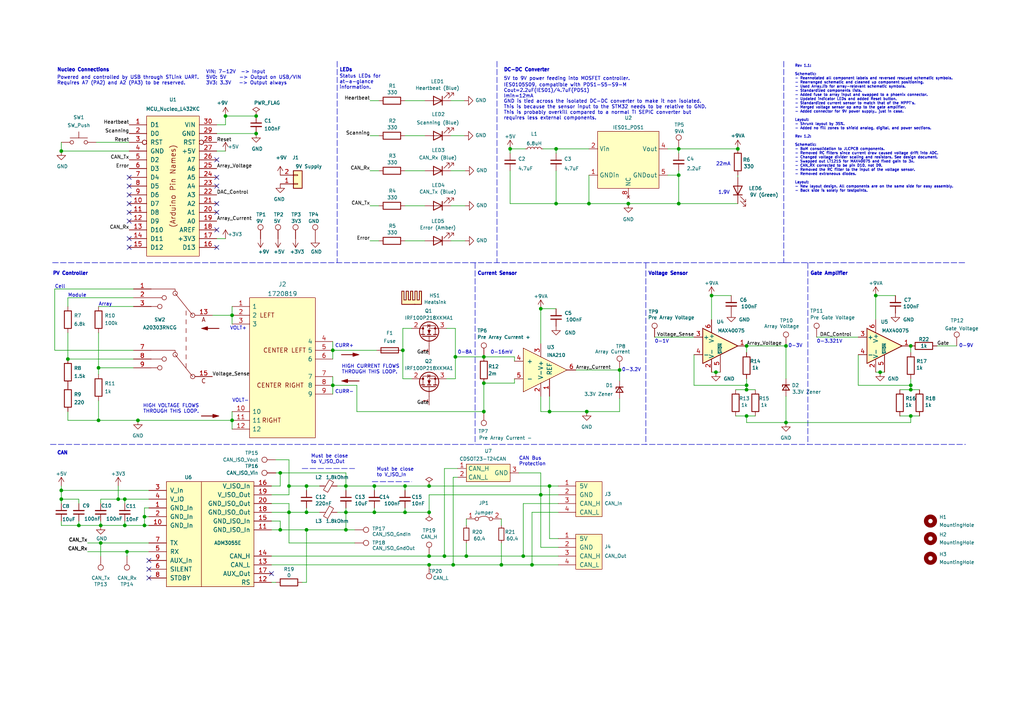
<source format=kicad_sch>
(kicad_sch (version 20211123) (generator eeschema)
  (paper "A4")
  (title_block (title "IV Curve Tracer") (date "2022-02-11") (rev "1.2.0") (company "UT Solar Vehicles Team") (comment 1 "Matthew Yu") (comment 2 "Gary Hallock") (comment 3 "Youssef Elsherif"))
  (junction (at 36.195 152.4))
  (junction (at 36.195 144.78))
  (junction (at 28.575 121.92))
  (junction (at 128.905 161.29))
  (junction (at 17.78 144.78))
  (junction (at 154.305 163.83))
  (junction (at 96.52 111.76))
  (junction (at 227.965 122.555))
  (junction (at 41.91 152.4))
  (junction (at 216.535 100.33))
  (junction (at 216.535 113.03))
  (junction (at 227.965 100.33))
  (junction (at 67.31 91.44))
  (junction (at 108.585 140.97))
  (junction (at 151.765 161.29))
  (junction (at 140.335 119.38))
  (junction (at 96.52 101.6))
  (junction (at 196.85 43.18))
  (junction (at 67.31 121.92))
  (junction (at 161.29 43.18))
  (junction (at 145.415 163.83))
  (junction (at 147.955 43.18))
  (junction (at 196.85 50.8))
  (junction (at 40.005 121.92))
  (junction (at 88.9 140.97))
  (junction (at 170.815 59.055))
  (junction (at 207.645 107.95))
  (junction (at 264.16 111.76))
  (junction (at 140.335 111.125))
  (junction (at 81.28 153.67))
  (junction (at 135.255 161.29))
  (junction (at 124.46 161.29))
  (junction (at 156.845 143.51))
  (junction (at 131.445 163.83))
  (junction (at 254 85.725))
  (junction (at 88.9 148.59))
  (junction (at 28.575 106.68))
  (junction (at 159.385 140.97))
  (junction (at 108.585 148.59))
  (junction (at 34.29 144.78))
  (junction (at 264.16 100.33))
  (junction (at 140.335 103.505))
  (junction (at 170.18 119.38))
  (junction (at 29.21 152.4))
  (junction (at 116.84 101.6))
  (junction (at 179.705 107.315))
  (junction (at 213.995 43.18))
  (junction (at 216.535 120.65))
  (junction (at 83.82 148.59))
  (junction (at 41.91 149.86))
  (junction (at 65.405 33.655))
  (junction (at 100.33 153.67))
  (junction (at 156.845 89.535))
  (junction (at 22.86 152.4))
  (junction (at 124.46 163.83))
  (junction (at 196.85 59.055))
  (junction (at 264.16 113.03))
  (junction (at 19.685 104.14))
  (junction (at 117.475 140.97))
  (junction (at 264.16 120.65))
  (junction (at 88.9 153.67))
  (junction (at 17.78 142.24))
  (junction (at 83.82 140.97))
  (junction (at 216.535 111.76))
  (junction (at 117.475 148.59))
  (junction (at 159.385 119.38))
  (junction (at 17.78 43.815))
  (junction (at 206.375 85.725))
  (junction (at 124.46 140.97))
  (junction (at 81.28 137.16))
  (junction (at 182.245 59.055))
  (junction (at 100.33 140.97))
  (junction (at 74.295 38.735))
  (junction (at 161.29 59.055))
  (junction (at 36.83 160.02))
  (junction (at 29.21 157.48))
  (junction (at 100.33 148.59))
  (junction (at 124.46 148.59))
  (junction (at 74.295 33.655))
  (junction (at 255.27 107.95))
  (junction (at 132.08 103.505))
  (no_connect (at 62.865 66.675))
  (no_connect (at 43.18 162.56))
  (no_connect (at 37.465 71.755))
  (no_connect (at 37.465 64.135))
  (no_connect (at 37.465 61.595))
  (no_connect (at 37.465 56.515))
  (no_connect (at 43.18 165.1))
  (no_connect (at 62.865 46.355))
  (no_connect (at 62.865 71.755))
  (no_connect (at 37.465 51.435))
  (no_connect (at 62.865 59.055))
  (no_connect (at 62.865 53.975))
  (no_connect (at 78.74 166.37))
  (no_connect (at 37.465 59.055))
  (no_connect (at 37.465 69.215))
  (no_connect (at 62.865 61.595))
  (no_connect (at 37.465 53.975))
  (no_connect (at 62.865 51.435))
  (no_connect (at 43.18 167.64))
  (wire (pts (xy 83.82 140.97) (xy 83.82 143.51)))
  (wire (pts (xy 182.245 59.055) (xy 170.815 59.055)))
  (wire (pts (xy 196.85 49.53) (xy 196.85 50.8)))
  (wire (pts (xy 100.33 137.16) (xy 100.33 140.97)))
  (wire (pts (xy 83.82 148.59) (xy 83.82 157.48)))
  (wire (pts (xy 117.475 69.85) (xy 123.19 69.85)))
  (wire (pts (xy 117.475 148.59) (xy 117.475 147.32)))
  (wire (pts (xy 83.82 146.05) (xy 78.74 146.05)))
  (wire (pts (xy 154.305 163.83) (xy 154.305 148.59)))
  (wire (pts (xy 131.445 163.83) (xy 145.415 163.83)))
  (wire (pts (xy 29.21 161.29) (xy 29.21 157.48)))
  (wire (pts (xy 100.33 140.97) (xy 100.33 142.24)))
  (wire (pts (xy 15.875 83.82) (xy 15.875 101.6)))
  (wire (pts (xy 206.375 85.725) (xy 206.375 92.71)))
  (wire (pts (xy 196.85 59.055) (xy 182.245 59.055)))
  (wire (pts (xy 28.575 96.52) (xy 28.575 106.68)))
  (wire (pts (xy 193.675 50.8) (xy 196.85 50.8)))
  (wire (pts (xy 156.845 143.51) (xy 156.845 158.75)))
  (wire (pts (xy 216.535 111.76) (xy 216.535 113.03)))
  (wire (pts (xy 36.83 161.29) (xy 36.83 160.02)))
  (wire (pts (xy 196.85 43.18) (xy 213.995 43.18)))
  (wire (pts (xy 19.685 88.9) (xy 19.685 86.36)))
  (wire (pts (xy 19.558 104.14) (xy 19.685 104.14)))
  (wire (pts (xy 36.195 152.4) (xy 36.195 151.13)))
  (wire (pts (xy 88.9 140.97) (xy 92.71 140.97)))
  (polyline (pts (xy 87.63 135.89) (xy 102.87 135.89)))
  (wire (pts (xy 28.575 106.68) (xy 38.735 106.68)))
  (wire (pts (xy 81.28 137.16) (xy 100.33 137.16)))
  (wire (pts (xy 67.31 119.38) (xy 67.31 121.92)))
  (wire (pts (xy 201.295 102.87) (xy 201.295 111.76)))
  (wire (pts (xy 97.79 140.97) (xy 100.33 140.97)))
  (wire (pts (xy 129.54 109.855) (xy 132.08 109.855)))
  (wire (pts (xy 206.375 85.725) (xy 212.09 85.725)))
  (wire (pts (xy 216.535 120.65) (xy 216.535 122.555)))
  (wire (pts (xy 147.955 43.18) (xy 147.955 44.45)))
  (wire (pts (xy 264.16 120.65) (xy 266.7 120.65)))
  (wire (pts (xy 161.29 43.18) (xy 161.29 44.45)))
  (wire (pts (xy 80.01 137.16) (xy 81.28 137.16)))
  (wire (pts (xy 213.995 51.435) (xy 213.995 50.8)))
  (wire (pts (xy 216.535 109.855) (xy 216.535 111.76)))
  (wire (pts (xy 145.415 157.48) (xy 145.415 163.83)))
  (wire (pts (xy 116.84 101.6) (xy 116.84 109.855)))
  (wire (pts (xy 260.985 120.65) (xy 264.16 120.65)))
  (wire (pts (xy 38.735 83.82) (xy 15.875 83.82)))
  (polyline (pts (xy 14.605 128.905) (xy 280.035 128.905)))
  (wire (pts (xy 159.385 114.935) (xy 159.385 119.38)))
  (wire (pts (xy 107.315 59.69) (xy 109.855 59.69)))
  (wire (pts (xy 65.405 69.215) (xy 62.865 69.215)))
  (wire (pts (xy 134.874 59.69) (xy 130.81 59.69)))
  (wire (pts (xy 88.9 153.67) (xy 100.33 153.67)))
  (wire (pts (xy 132.715 138.43) (xy 131.445 138.43)))
  (wire (pts (xy 100.33 140.97) (xy 108.585 140.97)))
  (wire (pts (xy 65.405 33.655) (xy 74.295 33.655)))
  (wire (pts (xy 156.845 137.16) (xy 156.845 143.51)))
  (wire (pts (xy 151.765 161.29) (xy 151.765 146.05)))
  (wire (pts (xy 167.005 107.315) (xy 179.705 107.315)))
  (wire (pts (xy 161.29 43.18) (xy 170.815 43.18)))
  (wire (pts (xy 227.965 114.935) (xy 227.965 122.555)))
  (wire (pts (xy 147.955 59.055) (xy 147.955 49.53)))
  (wire (pts (xy 83.82 146.05) (xy 83.82 148.59)))
  (wire (pts (xy 206.375 107.95) (xy 207.645 107.95)))
  (wire (pts (xy 36.83 160.02) (xy 43.18 160.02)))
  (wire (pts (xy 107.315 29.21) (xy 109.855 29.21)))
  (wire (pts (xy 83.82 148.59) (xy 88.9 148.59)))
  (polyline (pts (xy 137.795 76.2) (xy 137.795 128.905)))
  (wire (pts (xy 19.685 104.14) (xy 38.735 104.14)))
  (wire (pts (xy 117.475 140.97) (xy 117.475 142.24)))
  (polyline (pts (xy 144.145 17.78) (xy 144.145 76.2)))
  (wire (pts (xy 117.475 59.69) (xy 123.19 59.69)))
  (wire (pts (xy 117.475 148.59) (xy 124.46 148.59)))
  (wire (pts (xy 83.82 140.97) (xy 88.9 140.97)))
  (wire (pts (xy 149.225 104.775) (xy 149.225 103.505)))
  (wire (pts (xy 154.305 148.59) (xy 161.925 148.59)))
  (wire (pts (xy 193.675 43.18) (xy 196.85 43.18)))
  (wire (pts (xy 159.385 140.97) (xy 159.385 156.21)))
  (wire (pts (xy 124.46 163.83) (xy 131.445 163.83)))
  (wire (pts (xy 124.46 140.97) (xy 159.385 140.97)))
  (wire (pts (xy 213.36 113.03) (xy 216.535 113.03)))
  (wire (pts (xy 62.865 43.815) (xy 65.405 43.815)))
  (wire (pts (xy 216.535 102.235) (xy 216.535 100.33)))
  (wire (pts (xy 87.63 168.91) (xy 88.9 168.91)))
  (wire (pts (xy 159.385 119.38) (xy 170.18 119.38)))
  (wire (pts (xy 38.735 101.6) (xy 15.875 101.6)))
  (wire (pts (xy 254 107.95) (xy 255.27 107.95)))
  (wire (pts (xy 78.74 153.67) (xy 81.28 153.67)))
  (polyline (pts (xy 107.95 139.7) (xy 119.38 139.7)))
  (wire (pts (xy 156.845 99.695) (xy 156.845 89.535)))
  (wire (pts (xy 248.92 111.76) (xy 264.16 111.76)))
  (wire (pts (xy 132.08 103.505) (xy 132.08 95.25)))
  (wire (pts (xy 29.21 157.48) (xy 43.18 157.48)))
  (wire (pts (xy 255.27 107.95) (xy 256.54 107.95)))
  (wire (pts (xy 27.94 41.275) (xy 37.465 41.275)))
  (wire (pts (xy 17.78 142.24) (xy 17.78 144.78)))
  (wire (pts (xy 216.535 122.555) (xy 227.965 122.555)))
  (wire (pts (xy 152.4 43.18) (xy 147.955 43.18)))
  (wire (pts (xy 117.475 140.97) (xy 124.46 140.97)))
  (polyline (pts (xy 97.79 17.78) (xy 97.79 76.2)))
  (wire (pts (xy 264.16 111.76) (xy 264.16 113.03)))
  (wire (pts (xy 131.445 138.43) (xy 131.445 163.83)))
  (wire (pts (xy 116.84 95.25) (xy 119.38 95.25)))
  (polyline (pts (xy 234.315 76.2) (xy 234.315 128.905)))
  (wire (pts (xy 41.91 149.86) (xy 41.91 152.4)))
  (wire (pts (xy 108.585 148.59) (xy 117.475 148.59)))
  (wire (pts (xy 116.84 109.855) (xy 119.38 109.855)))
  (wire (pts (xy 78.74 148.59) (xy 83.82 148.59)))
  (wire (pts (xy 170.815 59.055) (xy 161.29 59.055)))
  (wire (pts (xy 271.78 100.33) (xy 277.495 100.33)))
  (wire (pts (xy 151.765 146.05) (xy 161.925 146.05)))
  (wire (pts (xy 145.415 152.4) (xy 145.415 150.495)))
  (wire (pts (xy 78.74 161.29) (xy 124.46 161.29)))
  (wire (pts (xy 17.78 151.13) (xy 17.78 152.4)))
  (wire (pts (xy 28.575 116.205) (xy 28.575 121.92)))
  (wire (pts (xy 135.255 157.48) (xy 135.255 161.29)))
  (wire (pts (xy 96.52 109.22) (xy 96.52 111.76)))
  (wire (pts (xy 179.705 107.315) (xy 179.705 110.49)))
  (wire (pts (xy 36.195 144.78) (xy 34.29 144.78)))
  (wire (pts (xy 156.845 119.38) (xy 159.385 119.38)))
  (wire (pts (xy 83.82 143.51) (xy 78.74 143.51)))
  (wire (pts (xy 17.78 43.815) (xy 37.465 43.815)))
  (wire (pts (xy 140.335 111.125) (xy 140.335 119.38)))
  (wire (pts (xy 179.705 115.57) (xy 179.705 119.38)))
  (wire (pts (xy 81.28 151.13) (xy 81.28 153.67)))
  (wire (pts (xy 156.845 143.51) (xy 161.925 143.51)))
  (wire (pts (xy 22.86 151.13) (xy 22.86 152.4)))
  (wire (pts (xy 17.78 41.275) (xy 17.78 43.815)))
  (wire (pts (xy 130.81 29.21) (xy 134.62 29.21)))
  (wire (pts (xy 40.005 121.92) (xy 67.31 121.92)))
  (wire (pts (xy 100.33 153.67) (xy 102.87 153.67)))
  (wire (pts (xy 227.965 100.33) (xy 227.965 109.855)))
  (wire (pts (xy 43.18 142.24) (xy 17.78 142.24)))
  (wire (pts (xy 134.62 39.37) (xy 130.81 39.37)))
  (wire (pts (xy 149.225 109.855) (xy 149.225 111.125)))
  (wire (pts (xy 83.82 133.35) (xy 83.82 140.97)))
  (wire (pts (xy 19.685 96.52) (xy 19.685 104.14)))
  (wire (pts (xy 29.21 151.13) (xy 29.21 152.4)))
  (wire (pts (xy 108.585 140.97) (xy 117.475 140.97)))
  (wire (pts (xy 81.28 140.97) (xy 78.74 140.97)))
  (wire (pts (xy 65.405 36.195) (xy 62.865 36.195)))
  (wire (pts (xy 248.92 102.87) (xy 248.92 111.76)))
  (wire (pts (xy 67.31 91.44) (xy 67.31 93.98)))
  (wire (pts (xy 103.505 119.38) (xy 140.335 119.38)))
  (wire (pts (xy 236.855 97.79) (xy 248.92 97.79)))
  (wire (pts (xy 36.195 152.4) (xy 41.91 152.4)))
  (wire (pts (xy 264.16 113.03) (xy 266.7 113.03)))
  (wire (pts (xy 88.9 168.91) (xy 88.9 153.67)))
  (wire (pts (xy 78.74 163.83) (xy 124.46 163.83)))
  (wire (pts (xy 100.33 148.59) (xy 108.585 148.59)))
  (wire (pts (xy 156.845 89.535) (xy 161.29 89.535)))
  (wire (pts (xy 159.385 156.21) (xy 161.925 156.21)))
  (wire (pts (xy 156.845 158.75) (xy 161.925 158.75)))
  (wire (pts (xy 81.28 153.67) (xy 88.9 153.67)))
  (wire (pts (xy 67.31 91.44) (xy 61.595 91.44)))
  (wire (pts (xy 129.54 95.25) (xy 132.08 95.25)))
  (wire (pts (xy 28.575 121.92) (xy 19.685 121.92)))
  (wire (pts (xy 117.475 29.21) (xy 123.19 29.21)))
  (wire (pts (xy 170.815 50.8) (xy 170.815 59.055)))
  (wire (pts (xy 216.535 113.03) (xy 219.075 113.03)))
  (wire (pts (xy 116.84 95.25) (xy 116.84 101.6)))
  (wire (pts (xy 254 85.725) (xy 259.715 85.725)))
  (wire (pts (xy 36.195 144.78) (xy 43.18 144.78)))
  (wire (pts (xy 83.82 157.48) (xy 102.87 157.48)))
  (wire (pts (xy 17.78 144.78) (xy 17.78 146.05)))
  (wire (pts (xy 22.86 152.4) (xy 29.21 152.4)))
  (wire (pts (xy 189.865 97.79) (xy 201.295 97.79)))
  (wire (pts (xy 107.315 69.85) (xy 109.855 69.85)))
  (wire (pts (xy 34.29 140.97) (xy 34.29 144.78)))
  (wire (pts (xy 124.46 143.51) (xy 124.46 148.59)))
  (wire (pts (xy 17.78 140.97) (xy 17.78 142.24)))
  (wire (pts (xy 100.33 147.32) (xy 100.33 148.59)))
  (wire (pts (xy 29.21 144.78) (xy 34.29 144.78)))
  (wire (pts (xy 22.86 144.78) (xy 22.86 146.05)))
  (wire (pts (xy 124.46 143.51) (xy 156.845 143.51)))
  (wire (pts (xy 140.335 103.505) (xy 149.225 103.505)))
  (polyline (pts (xy 15.24 76.2) (xy 280.035 76.2)))
  (wire (pts (xy 159.385 140.97) (xy 161.925 140.97)))
  (wire (pts (xy 134.874 49.53) (xy 130.81 49.53)))
  (wire (pts (xy 80.01 133.35) (xy 83.82 133.35)))
  (wire (pts (xy 67.31 88.9) (xy 67.31 91.44)))
  (wire (pts (xy 216.535 120.65) (xy 219.075 120.65)))
  (wire (pts (xy 128.905 161.29) (xy 135.255 161.29)))
  (wire (pts (xy 88.9 142.24) (xy 88.9 140.97)))
  (wire (pts (xy 96.52 99.06) (xy 96.52 101.6)))
  (wire (pts (xy 88.9 148.59) (xy 92.71 148.59)))
  (wire (pts (xy 36.195 144.78) (xy 36.195 146.05)))
  (wire (pts (xy 81.28 137.16) (xy 81.28 140.97)))
  (wire (pts (xy 227.965 122.555) (xy 264.16 122.555)))
  (polyline (pts (xy 187.325 76.2) (xy 187.325 128.905)))
  (wire (pts (xy 117.475 39.37) (xy 123.19 39.37)))
  (wire (pts (xy 80.01 168.91) (xy 78.74 168.91)))
  (wire (pts (xy 135.255 150.495) (xy 135.255 152.4)))
  (wire (pts (xy 25.4 160.02) (xy 36.83 160.02)))
  (wire (pts (xy 107.315 39.37) (xy 109.855 39.37)))
  (wire (pts (xy 124.46 161.29) (xy 128.905 161.29)))
  (wire (pts (xy 207.645 107.95) (xy 208.915 107.95)))
  (wire (pts (xy 117.475 49.53) (xy 123.19 49.53)))
  (wire (pts (xy 150.495 137.16) (xy 156.845 137.16)))
  (wire (pts (xy 107.315 49.53) (xy 109.855 49.53)))
  (wire (pts (xy 103.505 111.76) (xy 96.52 111.76)))
  (wire (pts (xy 156.845 114.935) (xy 156.845 119.38)))
  (wire (pts (xy 81.28 151.13) (xy 78.74 151.13)))
  (wire (pts (xy 67.31 121.92) (xy 67.31 124.46)))
  (wire (pts (xy 132.08 103.505) (xy 140.335 103.505)))
  (wire (pts (xy 140.335 111.125) (xy 149.225 111.125)))
  (wire (pts (xy 161.29 59.055) (xy 147.955 59.055)))
  (wire (pts (xy 128.905 135.89) (xy 128.905 161.29)))
  (wire (pts (xy 213.36 120.65) (xy 216.535 120.65)))
  (wire (pts (xy 108.585 140.97) (xy 108.585 142.24)))
  (wire (pts (xy 41.91 147.32) (xy 41.91 149.86)))
  (wire (pts (xy 196.85 59.055) (xy 213.995 59.055)))
  (wire (pts (xy 264.16 102.235) (xy 264.16 100.33)))
  (wire (pts (xy 19.685 86.36) (xy 38.735 86.36)))
  (wire (pts (xy 196.85 43.18) (xy 196.85 44.45)))
  (wire (pts (xy 151.765 161.29) (xy 161.925 161.29)))
  (polyline (pts (xy 227.33 17.78) (xy 227.33 76.2)))
  (wire (pts (xy 132.08 109.855) (xy 132.08 103.505)))
  (wire (pts (xy 88.9 148.59) (xy 88.9 147.32)))
  (wire (pts (xy 157.48 43.18) (xy 161.29 43.18)))
  (wire (pts (xy 96.52 101.6) (xy 96.52 104.14)))
  (wire (pts (xy 161.29 49.53) (xy 161.29 59.055)))
  (wire (pts (xy 103.505 119.38) (xy 103.505 111.76)))
  (wire (pts (xy 201.295 111.76) (xy 216.535 111.76)))
  (wire (pts (xy 62.865 38.735) (xy 74.295 38.735)))
  (wire (pts (xy 29.21 152.4) (xy 36.195 152.4)))
  (wire (pts (xy 179.705 119.38) (xy 170.18 119.38)))
  (wire (pts (xy 28.575 108.585) (xy 28.575 106.68)))
  (wire (pts (xy 100.33 148.59) (xy 100.33 153.67)))
  (wire (pts (xy 25.4 157.48) (xy 29.21 157.48)))
  (wire (pts (xy 134.874 69.85) (xy 130.81 69.85)))
  (wire (pts (xy 17.78 152.4) (xy 22.86 152.4)))
  (wire (pts (xy 108.585 148.59) (xy 108.585 147.32)))
  (wire (pts (xy 154.305 163.83) (xy 161.925 163.83)))
  (wire (pts (xy 17.78 144.78) (xy 22.86 144.78)))
  (wire (pts (xy 132.715 135.89) (xy 128.905 135.89)))
  (wire (pts (xy 254 85.725) (xy 254 92.71)))
  (wire (pts (xy 216.535 100.33) (xy 227.965 100.33)))
  (wire (pts (xy 135.255 161.29) (xy 151.765 161.29)))
  (wire (pts (xy 264.16 109.855) (xy 264.16 111.76)))
  (wire (pts (xy 97.79 148.59) (xy 100.33 148.59)))
  (wire (pts (xy 196.85 50.8) (xy 196.85 59.055)))
  (wire (pts (xy 28.575 88.9) (xy 38.735 88.9)))
  (wire (pts (xy 29.21 144.78) (xy 29.21 146.05)))
  (wire (pts (xy 28.575 121.92) (xy 40.005 121.92)))
  (wire (pts (xy 96.52 101.6) (xy 109.22 101.6)))
  (wire (pts (xy 41.91 152.4) (xy 43.18 152.4)))
  (wire (pts (xy 19.685 119.38) (xy 19.685 121.92)))
  (wire (pts (xy 65.405 33.655) (xy 65.405 36.195)))
  (wire (pts (xy 264.16 120.65) (xy 264.16 122.555)))
  (wire (pts (xy 145.415 163.83) (xy 154.305 163.83)))
  (wire (pts (xy 41.91 149.86) (xy 43.18 149.86)))
  (polyline (pts (xy 227.33 76.2) (xy 227.965 76.2)))
  (wire (pts (xy 43.18 147.32) (xy 41.91 147.32)))
  (wire (pts (xy 96.52 111.76) (xy 96.52 114.3)))
  (wire (pts (xy 260.985 113.03) (xy 264.16 113.03)))
  (text "IES0105S09, compatible with PDS1-S5-S9-M\nCout=2.2uF(IES01)/4.7uF(PDS1)\nImin=12mA" (at 146.05 28.575 0) (effects (font (size 1 1)) (justify left bottom)))
  (text "Must be close\nto V_ISO_Out" (at 90.17 134.62 0) (effects (font (size 1 1)) (justify left bottom)))
  (text "Status LEDs for\nat-a-glance\ninformation." (at 98.425 26.035 0) (effects (font (size 1 1)) (justify left bottom)))
  (text "0-16mV" (at 142.24 102.87 0) (effects (font (size 1 1)) (justify left bottom)))
  (text "0-3V" (at 228.6 100.965 0) (effects (font (size 1 1)) (justify left bottom)))
  (text "HIGH VOLTAGE FLOWS\nTHROUGH THIS LOOP." (at 57.785 120.015 180) (effects (font (size 1 1)) (justify right bottom)))
  (text "Array" (at 28.575 88.9 0) (effects (font (size 1 1)) (justify left bottom)))
  (text "0-3.321V" (at 236.855 99.695 0) (effects (font (size 1 1)) (justify left bottom)))
  (text "Voltage Sensor" (at 187.96 80.01 0) (effects (font (size 1 1) (thickness 0.6096) bold) (justify left bottom)))
  (text "LEDs" (at 98.425 20.955 0) (effects (font (size 1 1) (thickness 0.6096) bold) (justify left bottom)))
  (text "DC-DC Converter" (at 146.05 20.955 0) (effects (font (size 1 1) (thickness 0.6096) bold) (justify left bottom)))
  (text "CURR+" (at 97.155 100.965 0) (effects (font (size 1 1)) (justify left bottom)))
  (text "0-1V" (at 189.865 99.695 0) (effects (font (size 1 1)) (justify left bottom)))
  (text "0-8A" (at 132.715 102.87 0) (effects (font (size 1 1)) (justify left bottom)))
  (text "Cell" (at 15.875 83.82 0) (effects (font (size 1 1)) (justify left bottom)))
  (text "Nucleo Connections" (at 16.51 20.955 0) (effects (font (size 1 1) (thickness 0.6096) bold) (justify left bottom)))
  (text "GND is tied across the isolated DC-DC converter to make it non isolated. \nThis is because the sensor input to the STM32 needs to be relative to GND.\nThis is probably overkill compared to a normal TI SEPIC converter but \nrequires less external components." (at 146.05 34.925 0) (effects (font (size 1 1)) (justify left bottom)))
  (text "Current Sensor" (at 138.43 80.01 0) (effects (font (size 1 1) (thickness 0.6096) bold) (justify left bottom)))
  (text "5V to 9V power feeding into MOSFET controller." (at 146.05 23.495 0) (effects (font (size 1 1)) (justify left bottom)))
  (text "1.9V" (at 208.28 56.515 0) (effects (font (size 1 1)) (justify left bottom)))
  (text "VOLT+" (at 66.675 95.885 0) (effects (font (size 1 1)) (justify left bottom)))
  (text "CURR-" (at 97.155 114.3 0) (effects (font (size 1 1)) (justify left bottom)))
  (text "Powered and controlled by USB through STLink UART.\nRequires A7 (PA2) and A2 (PA3) to be reserved." (at 16.51 24.765 0) (effects (font (size 1 1)) (justify left bottom)))
  (text "VOLT-" (at 67.31 116.84 0) (effects (font (size 1 1)) (justify left bottom)))
  (text "Rev 1.1:\n\nSchematic:\n- Reannotated all component labels and reversed rescued schematic symbols.\n- Rearranged schematic and cleaned up component positioning.\n- Used Array.lib for array-relevant schematic symbols.\n- Standardized components lists.\n- Added fuse to array input and swapped to a phoenix connector.\n- Updated indicator LEDs and added Reset button.\n- Standardized current sensor to match that of the MPPT's.\n- Merged voltage sensor op amp to the gate amplifier.\n- Added connector for 9V power supply.. just in case.\n\nLayout:\n- Shrunk layout by 35%.\n- Added no fill zones to shield analog, digital, and power sections.\n\nRev 1.2:\n\nSchematic:\n- BoM consolidation to JLCPCB components.\n- Removed RC filters since current draw caused voltage drift into ADC.\n- Changed voltage divider scaling and resistors. See design document.\n- Swapped out LT1215 for MAX40075 and fixed gain to 3x.\n- CAN_RX corrected to be pin D10, not D9.\n- Removed the RC filter to the input of the voltage sensor.\n- Removed extraneous diodes.\n\nLayout:\n- New layout design. All components are on the same side for easy assembly.\n- Back side is solely for testpoints." (at 230.505 55.88 0) (effects (font (size 0.75 0.75)) (justify left bottom)))
  (text "CAN Bus\nProtection" (at 150.495 135.255 0) (effects (font (size 1 1)) (justify left bottom)))
  (text "22mA" (at 207.645 48.26 0) (effects (font (size 1 1)) (justify left bottom)))
  (text "Must be close\nto V_ISO_In" (at 109.22 138.43 0) (effects (font (size 1 1)) (justify left bottom)))
  (text "PV Controller" (at 15.24 80.01 0) (effects (font (size 1 1) (thickness 0.6096) bold) (justify left bottom)))
  (text "Gate Amplifier" (at 234.95 80.01 0) (effects (font (size 1 1) (thickness 0.6096) bold) (justify left bottom)))
  (text "0-9V" (at 278.13 100.965 0) (effects (font (size 1 1)) (justify left bottom)))
  (text "HIGH CURRENT FLOWS\nTHROUGH THIS LOOP." (at 99.06 108.585 0) (effects (font (size 1 1)) (justify left bottom)))
  (text "Module" (at 19.685 86.36 0) (effects (font (size 1 1)) (justify left bottom)))
  (text "0-3.2V" (at 180.34 107.95 0) (effects (font (size 1 1)) (justify left bottom)))
  (text "VIN: 7-12V  -> Input\n5V0: 5V     -> Output on USB/VIN\n3V3: 3.3V   -> Output always" (at 59.69 24.765 0) (effects (font (size 1 1)) (justify left bottom)))
  (text "CAN" (at 16.51 132.08 0) (effects (font (size 1 1) (thickness 0.6096) bold) (justify left bottom)))
  (label "CAN_Tx" (at 25.4 157.48 180) (effects (font (size 1 1) (thickness 0.1981) bold)))
  (label "CAN_Rx" (at 25.4 160.02 180) (effects (font (size 1 1) (thickness 0.1981) bold)))
  (label "Array_Voltage" (at 62.865 48.895 0) (effects (font (size 1 1))))
  (label "CAN_Tx" (at 37.465 46.355 180) (effects (font (size 1 1))))
  (label "Voltage_Sense" (at 190.5 97.79 0) (effects (font (size 1 1))))
  (label "DAC_Control" (at 62.865 56.515 0) (effects (font (size 1 1))))
  (label "Gate" (at 124.46 102.87 180) (effects (font (size 1 1))))
  (label "Heartbeat" (at 107.315 29.21 180) (effects (font (size 1 1))))
  (label "Reset" (at 62.865 41.275 0) (effects (font (size 1 1))))
  (label "Scanning" (at 37.465 38.735 180) (effects (font (size 1 1))))
  (label "Scanning" (at 107.315 39.37 180) (effects (font (size 1 1))))
  (label "Gate" (at 124.46 117.475 180) (effects (font (size 1 1))))
  (label "Reset" (at 37.465 41.275 180) (effects (font (size 1 1))))
  (label "DAC_Control" (at 247.015 97.79 180) (effects (font (size 1 1))))
  (label "Heartbeat" (at 37.465 36.195 180) (effects (font (size 1 1))))
  (label "CAN_Rx" (at 107.315 49.53 180) (effects (font (size 1 1))))
  (label "CAN_Rx" (at 37.465 66.675 180) (effects (font (size 1 1))))
  (label "Array_Voltage" (at 216.535 100.33 0) (effects (font (size 1 1))))
  (label "Voltage_Sense" (at 61.595 109.22 0) (effects (font (size 1 1))))
  (label "Array_Current" (at 62.865 64.135 0) (effects (font (size 1 1))))
  (label "Error" (at 107.315 69.85 180) (effects (font (size 1 1))))
  (label "Error" (at 37.465 48.895 180) (effects (font (size 1 1))))
  (label "Gate" (at 271.78 100.33 0) (effects (font (size 1 1))))
  (label "CAN_Tx" (at 107.315 59.69 180) (effects (font (size 1 1))))
  (label "Array_Current" (at 167.005 107.315 0) (effects (font (size 1 1))))
  (symbol (lib_id "Device:R") (at 19.685 92.71 0) (unit 1)
    (property "Reference" "R7" (at 21.463 91.5416 0) (effects (font (size 1 1)) (justify left)))
    (property "Value" "6.8k" (at 21.463 93.98 0) (effects (font (size 1 1)) (justify left)))
    (property "Footprint" "Resistor_SMD:R_0805_2012Metric" (effects hide))
    (property "Datasheet" "https://datasheet.lcsc.com/lcsc/2110251830_UNI-ROYAL-Uniroyal-Elec-0805W8F6801T5E_C17772.pdf" (effects hide))
    (property "Distributor" "JLCPCB" (effects hide))
    (property "Manufacturer" "Uniroyal Elec" (effects hide))
    (property "Part Number" "N/A" (effects hide))
    (property "JLCPCB BOM" "1" (effects hide))
    (property "LCSC Part" "C17772" (effects hide))
    (property "Projected Cost" "0.0023" (effects hide))
    (property "Purchase Page" "N/A" (effects hide))
  )
  (symbol (lib_id "Device:R") (at 28.575 92.71 0) (unit 1)
    (property "Reference" "R10" (at 30.353 91.5416 0) (effects (font (size 1 1)) (justify left)))
    (property "Value" "100k" (at 30.353 93.726 0) (effects (font (size 1 1)) (justify left)))
    (property "Footprint" "Resistor_SMD:R_0805_2012Metric" (effects hide))
    (property "Datasheet" "https://datasheet.lcsc.com/lcsc/2110260430_UNI-ROYAL-Uniroyal-Elec-0805W8F1003T5E_C149504.pdf" (effects hide))
    (property "Distributor" "JLCPCB" (effects hide))
    (property "Manufacturer" "Uniroyal Elec" (effects hide))
    (property "Part Number" "N/A" (effects hide))
    (property "JLCPCB BOM" "1" (effects hide))
    (property "LCSC Part" "C149504" (effects hide))
    (property "Projected Cost" "0.0025" (effects hide))
    (property "Purchase Page" "N/A" (effects hide))
  )
  (symbol (lib_id "power:GND") (at 74.295 38.735 0) (unit 1)
    (property "Reference" "#PWR05" (effects hide))
    (property "Value" "GND" (at 76.2 43.18 0) (effects (font (size 1 1)) (justify right)))
  )
  (symbol (lib_id "Device:R") (at 28.575 112.395 0) (unit 1)
    (property "Reference" "R11" (at 30.353 111.2266 0) (effects (font (size 1 1)) (justify left)))
    (property "Value" "1k" (at 30.353 113.538 0) (effects (font (size 1 1)) (justify left)))
    (property "Footprint" "Resistor_SMD:R_0805_2012Metric" (effects hide))
    (property "Datasheet" "https://datasheet.lcsc.com/lcsc/2110251730_UNI-ROYAL-Uniroyal-Elec-0805W8F1001T5E_C17513.pdf" (effects hide))
    (property "Distributor" "JLCPCB" (effects hide))
    (property "Manufacturer" "Uniroyal Elec" (effects hide))
    (property "Part Number" "N/A" (effects hide))
    (property "JLCPCB BOM" "1" (effects hide))
    (property "LCSC Part" "C17513" (effects hide))
    (property "Projected Cost" "0.0021" (effects hide))
    (property "Purchase Page" "N/A" (effects hide))
  )
  (symbol (lib_id "Device:Q_NMOS_GDS") (at 124.46 97.79 90) (unit 1)
    (property "Reference" "Q1" (at 123.19 90.17 90) (effects (font (size 1 1)) (justify right)))
    (property "Value" "IRF100P218XKMA1" (at 117.348 92.202 90) (effects (font (size 1 1)) (justify right)))
    (property "Footprint" "Package_TO_SOT_THT:TO-220-3_Vertical" (effects hide))
    (property "Datasheet" "https://www.mouser.com/datasheet/2/196/Infineon-IPP_I_B041N12N3-DS-v02_03-en-1227153.pdf" (effects hide))
    (property "Distributor" "Mouser" (effects hide))
    (property "Manufacturer" "Infineon Technologies" (effects hide))
    (property "Part Number" "726-IPP041N12N3GXK" (effects hide))
    (property "JLCPCB BOM" "0" (effects hide))
    (property "LCSC Part" "N/A" (effects hide))
    (property "Projected Cost" "7.07" (effects hide))
    (property "Purchase Page" "https://www.mouser.com/ProductDetail/Infineon-Technologies/IPP041N12N3-G?qs=wK%252BoHS4yu56MUKAoSRvNXg%3D%3D" (effects hide))
  )
  (symbol (lib_id "Device:R") (at 140.335 107.315 180) (unit 1)
    (property "Reference" "R12" (at 141.605 106.299 0) (effects (font (size 1 1)) (justify right)))
    (property "Value" "2m" (at 141.605 108.331 0) (effects (font (size 1 1)) (justify right)))
    (property "Footprint" "Resistor_SMD:R_1206_3216Metric" (effects hide))
    (property "Datasheet" "https://www.mouser.com/datasheet/2/348/ROHM_S_A0011096104_1-2563399.pdf" (effects hide))
    (property "Distributor" "Mouser" (effects hide))
    (property "Manufacturer" "ROHM Semiconductor" (effects hide))
    (property "Part Number" "755-PMR18EZPFV2L00" (effects hide))
    (property "JLCPCB BOM" "0" (effects hide))
    (property "LCSC Part" "N/A" (effects hide))
    (property "Projected Cost" "0.69" (effects hide))
    (property "Purchase Page" "https://www.mouser.com/ProductDetail/ROHM-Semiconductor/PMR18EZPFV2L00?qs=oBjDkOCjPF3F%252BxFCsdw8aQ%3D%3D" (effects hide))
    (property "Alternative Part" "https://www.mouser.com/ProductDetail/Bourns/CRF1206-FZ-R002ELF?qs=NoqMqJKvPFJVdeqRsRJxRg%3D%3D" (effects hide))
  )
  (symbol (lib_id "Device:R") (at 19.685 107.95 0) (unit 1)
    (property "Reference" "R8" (at 21.463 106.7816 0) (effects (font (size 1 1)) (justify left)))
    (property "Value" "1.5k" (at 21.463 109.093 0) (effects (font (size 1 1)) (justify left)))
    (property "Footprint" "Resistor_SMD:R_0805_2012Metric" (effects hide))
    (property "Datasheet" "https://datasheet.lcsc.com/lcsc/2110251730_UNI-ROYAL-Uniroyal-Elec-0805W8F1501T5E_C4310.pdf" (effects hide))
    (property "Distributor" "JLCPCB" (effects hide))
    (property "Manufacturer" "Uniroyal Elec" (effects hide))
    (property "Part Number" "N/A" (effects hide))
    (property "JLCPCB BOM" "1" (effects hide))
    (property "LCSC Part" "C4310" (effects hide))
    (property "Projected Cost" "0.0022" (effects hide))
    (property "Purchase Page" "N/A" (effects hide))
  )
  (symbol (lib_id "power:+5V") (at 65.405 43.815 0) (unit 1)
    (property "Reference" "#PWR03" (effects hide))
    (property "Value" "+5V" (at 66.04 42.545 0) (effects (font (size 1 1)) (justify left)))
  )
  (symbol (lib_id "Array:SW_Rotary2x3") (at 51.435 99.06 0) (mirror y) (unit 1)
    (property "Reference" "SW2" (at 46.355 92.71 0) (effects (font (size 1 1))))
    (property "Value" "A20303RNCG" (at 46.355 94.996 0) (effects (font (size 1 1))))
    (property "Footprint" "Footprints:A20303RNCG_rotary_sw_dp3t" (effects hide))
    (property "Datasheet" "https://www.mouser.com/datasheet/2/60/arotary-1841363.pdf" (effects hide))
    (property "Distributor" "Mouser" (effects hide))
    (property "Manufacturer" "C&K" (effects hide))
    (property "Part Number" "611-A20303RNCG" (effects hide))
    (property "JLCPCB BOM" "0" (effects hide))
    (property "LCSC Part" "N/A" (effects hide))
    (property "Projected Cost" "11.86" (effects hide))
    (property "Purchase Page" "https://www.mouser.com/ProductDetail/CK/A20303RNCG?qs=h7H1bHRqGz8QepjhhmWD%2FQ%3D%3D" (effects hide))
  )
  (symbol (lib_id "Mechanical:MountingHole") (at 269.875 151.13 0) (unit 1)
    (property "Reference" "H1" (at 272.415 149.9616 0) (effects (font (size 1 1)) (justify left)))
    (property "Value" "MountingHole" (at 272.415 152.273 0) (effects (font (size 1 1)) (justify left)))
    (property "Footprint" "MountingHole:MountingHole_2.2mm_M2" (effects hide))
  )
  (symbol (lib_id "Mechanical:MountingHole") (at 269.875 156.21 0) (unit 1)
    (property "Reference" "H2" (at 272.415 155.0416 0) (effects (font (size 1 1)) (justify left)))
    (property "Value" "MountingHole" (at 272.415 157.353 0) (effects (font (size 1 1)) (justify left)))
    (property "Footprint" "MountingHole:MountingHole_2.2mm_M2" (effects hide))
  )
  (symbol (lib_id "Mechanical:Heatsink") (at 119.38 88.265 0) (mirror y) (unit 1)
    (property "Reference" "HS1" (at 127.635 85.725 0) (effects (font (size 1 1)) (justify left)))
    (property "Value" "Heatsink" (at 129.54 87.63 0) (effects (font (size 1 1)) (justify left)))
    (property "Footprint" "Heatsink:Heatsink_Fischer_SK129-STS_42x25mm_2xDrill2.5mm" (effects hide))
    (property "Datasheet" "https://www.ohmite.com/assets/docs/sink_f_r.pdf" (effects hide))
    (property "Distributor" "Mouser" (effects hide))
    (property "Manufacturer" "Ohmite" (effects hide))
    (property "Part Number" "588-FA-T220-38E" (effects hide))
    (property "JLCPCB BOM" "0" (effects hide))
    (property "LCSC Part" "N/A" (effects hide))
    (property "Projected Cost" "2.09" (effects hide))
    (property "Purchase Page" "https://www.mouser.com/ProductDetail/Ohmite/FA-T220-38E?qs=wmFqszA%252Be7PklmA5Rej7jg%3D%3D" (effects hide))
  )
  (symbol (lib_id "Device:LED") (at 127 29.21 180) (unit 1)
    (property "Reference" "LED1" (at 126.873 23.622 0) (effects (font (size 1 1))))
    (property "Value" "Heartbeat (Blue)" (at 126.873 25.527 0) (effects (font (size 1 1))))
    (property "Footprint" "LED_SMD:LED_0805_2012Metric" (effects hide))
    (property "Datasheet" "https://www.mouser.com/datasheet/2/216/APTD2012LQBC_D-1102003.pdf" (effects hide))
    (property "Distributor" "Mouser" (effects hide))
    (property "Manufacturer" "Kingbright" (effects hide))
    (property "Part Number" "604-APTD2012LQBCD" (effects hide))
    (property "JLCPCB BOM" "0" (effects hide))
    (property "LCSC Part" "N/A" (effects hide))
    (property "Projected Cost" "0.57" (effects hide))
    (property "Purchase Page" "https://www.mouser.com/ProductDetail/Kingbright/APTD2012LQBC-D?qs=AQlKX63v8RvDGqprk6aUCg%3D%3D" (effects hide))
  )
  (symbol (lib_id "Connector:TestPoint") (at 227.965 100.33 0) (unit 1)
    (property "Reference" "TP10" (at 226.187 92.964 0) (effects (font (size 1 1)) (justify left)))
    (property "Value" "Array Voltage" (at 221.615 94.615 0) (effects (font (size 1 1)) (justify left)))
    (property "Footprint" "TestPoint:TestPoint_Pad_1.0x1.0mm" (effects hide))
  )
  (symbol (lib_id "Connector:TestPoint") (at 277.495 100.33 0) (mirror y) (unit 1)
    (property "Reference" "TP12" (at 279.527 92.964 0) (effects (font (size 1 1)) (justify left)))
    (property "Value" "Gate Voltage" (at 283.845 95.25 0) (effects (font (size 1 1)) (justify left)))
    (property "Footprint" "TestPoint:TestPoint_Pad_1.0x1.0mm" (effects hide))
  )
  (symbol (lib_id "Connector:TestPoint") (at 179.705 107.315 0) (unit 1)
    (property "Reference" "TP8" (at 181.483 100.457 0) (effects (font (size 1 1)) (justify right)))
    (property "Value" "Array Current" (at 182.753 101.981 0) (effects (font (size 1 1)) (justify right)))
    (property "Footprint" "TestPoint:TestPoint_Pad_1.0x1.0mm" (effects hide))
  )
  (symbol (lib_id "power:PWR_FLAG") (at 74.295 33.655 0) (unit 1)
    (property "Reference" "#FLG01" (effects hide))
    (property "Value" "PWR_FLAG" (at 73.66 29.845 0) (effects (font (size 1 1)) (justify left)))
  )
  (symbol (lib_id "Array:OP_AMP_INA21x") (at 156.845 107.315 0) (unit 1)
    (property "Reference" "U3" (at 158.623 100.711 0) (effects (font (size 1 1)) (justify left)))
    (property "Value" "INA210" (at 158.623 102.997 0) (effects (font (size 1 1)) (justify left)))
    (property "Footprint" "Package_TO_SOT_SMD:SOT-363_SC-70-6_Handsoldering" (effects hide))
    (property "Datasheet" "https://www.ti.com/lit/gpn/INA210" (effects hide))
    (property "Distributor" "Texas Instruments" (effects hide))
    (property "Manufacturer" "Texas Instruments" (effects hide))
    (property "Part Number" "INA210AIDCKT" (effects hide))
    (property "JLCPCB BOM" "0" (effects hide))
    (property "LCSC Part" "N/A" (effects hide))
    (property "Projected Cost" "1.156" (effects hide))
    (property "Purchase Page" "https://www.ti.com/store/ti/en/p/product/?p=INA210AIDCKT&HQS=OCB-tistore-null-storeinv-invf-store-octopart-wwe" (effects hide))
  )
  (symbol (lib_id "power:GND") (at 161.29 94.615 0) (unit 1)
    (property "Reference" "#PWR022" (effects hide))
    (property "Value" "GND" (at 167.005 96.52 0) (effects (font (size 1 1)) (justify right)))
  )
  (symbol (lib_id "Connector:TestPoint") (at 75.565 69.215 0) (unit 1)
    (property "Reference" "TP1" (at 74.295 62.23 0) (effects (font (size 1 1)) (justify left)))
    (property "Value" "9V" (at 74.295 64.135 0) (effects (font (size 1 1)) (justify left)))
    (property "Footprint" "TestPoint:TestPoint_Pad_1.0x1.0mm" (effects hide))
  )
  (symbol (lib_id "Array:MCU_Nucleo_L432KC") (at 50.165 53.975 0) (unit 1)
    (property "Reference" "U1" (at 50.165 28.9052 0) (effects (font (size 1 1))))
    (property "Value" "MCU_Nucleo_L432KC" (at 50.165 31.5976 0) (effects (font (size 1 1))))
    (property "Footprint" "Footprints:MODULE_NUCLEO-L432KC" (effects hide))
    (property "Datasheet" "https://www.mouser.com/datasheet/2/389/nucleo-f031k6-1484037.pdf" (effects hide))
    (property "Distributor" "Mouser" (effects hide))
    (property "Manufacturer" "STMicroelectronics" (effects hide))
    (property "Part Number" "511-NUCLEO-L432KC" (effects hide))
    (property "JLCPCB BOM" "0" (effects hide))
    (property "LCSC Part" "N/A" (effects hide))
    (property "Projected Cost" "10.64" (effects hide))
    (property "Purchase Page" "https://www.mouser.com/ProductDetail/STMicroelectronics/NUCLEO-L432KC?qs=qzCNEk%252BRr%252BajjPvxjwWK5g%3D%3D" (effects hide))
  )
  (symbol (lib_id "power:+9V") (at 65.405 33.655 0) (unit 1)
    (property "Reference" "#PWR02" (effects hide))
    (property "Value" "+9V" (at 62.865 29.845 0) (effects (font (size 1 1)) (justify left)))
  )
  (symbol (lib_id "Connector:TestPoint") (at 91.44 69.215 0) (unit 1)
    (property "Reference" "TP4" (at 89.535 62.23 0) (effects (font (size 1 1)) (justify left)))
    (property "Value" "GND" (at 89.408 64.135 0) (effects (font (size 1 1)) (justify left)))
    (property "Footprint" "TestPoint:TestPoint_Pad_1.0x1.0mm" (effects hide))
  )
  (symbol (lib_id "Connector_Generic:Conn_01x02") (at 86.36 53.34 0) (mirror x) (unit 1)
    (property "Reference" "J1" (at 85.725 45.72 0) (effects (font (size 1 1))))
    (property "Value" "9V Supply" (at 89.535 48.26 0) (effects (font (size 1 1))))
    (property "Footprint" "Connector_Molex:Molex_Micro-Fit_3.0_43650-0215_1x02_P3.00mm_Vertical" (effects hide))
    (property "Datasheet" "https://www.mouser.com/datasheet/2/276/0436500215_PCB_HEADERS-148687.pdf" (effects hide))
    (property "Distributor" "Mouser" (effects hide))
    (property "Manufacturer" "Molex" (effects hide))
    (property "Part Number" "538-43650-0215" (effects hide))
    (property "JLCPCB BOM" "0" (effects hide))
    (property "LCSC Part" "N/A" (effects hide))
    (property "Projected Cost" "1.46" (effects hide))
    (property "Purchase Page" "https://www.mouser.com/ProductDetail/538-43650-0215" (effects hide))
  )
  (symbol (lib_id "Device:C_Small") (at 74.295 36.195 0) (unit 1)
    (property "Reference" "C1" (at 76.6318 35.0266 0) (effects (font (size 1 1)) (justify left)))
    (property "Value" "100nF" (at 76.6318 37.338 0) (effects (font (size 1 1)) (justify left)))
    (property "Footprint" "Capacitor_SMD:C_0805_2012Metric" (effects hide))
    (property "Datasheet" "https://datasheet.lcsc.com/lcsc/1810191216_Samsung-Electro-Mechanics-CL21B104KCFNNNE_C28233.pdf" (effects hide))
    (property "Distributor" "JLCPCB" (effects hide))
    (property "Manufacturer" "Samsung Electro-Mechanics" (effects hide))
    (property "Part Number" "N/A" (effects hide))
    (property "JLCPCB BOM" "1" (effects hide))
    (property "LCSC Part" "C28233" (effects hide))
    (property "Projected Cost" "0.0083" (effects hide))
    (property "Purchase Page" "N/A" (effects hide))
  )
  (symbol (lib_id "power:+9V") (at 81.28 50.8 0) (mirror y) (unit 1)
    (property "Reference" "#PWR08" (effects hide))
    (property "Value" "+9V" (at 83.185 45.72 0) (effects (font (size 1 1)) (justify left)))
  )
  (symbol (lib_id "power:GND") (at 81.28 53.34 0) (mirror y) (unit 1)
    (property "Reference" "#PWR09" (effects hide))
    (property "Value" "GND" (at 79.375 57.785 0) (effects (font (size 1 1)) (justify right)))
  )
  (symbol (lib_id "Switch:SW_Push") (at 22.86 41.275 0) (unit 1)
    (property "Reference" "SW1" (at 22.86 34.036 0) (effects (font (size 1 1))))
    (property "Value" "SW_Push" (at 22.86 36.3474 0) (effects (font (size 1 1))))
    (property "Footprint" "Button_Switch_THT:SW_PUSH_6mm" (effects hide))
    (property "Datasheet" "https://www.mouser.com/datasheet/2/670/ts02-2586188.pdf" (effects hide))
    (property "Distributor" "Mouser" (effects hide))
    (property "Manufacturer" "CUI Devices" (effects hide))
    (property "Part Number" "179-TS026650BK260SCR" (effects hide))
    (property "JLCPCB BOM" "0" (effects hide))
    (property "LCSC Part" "N/A" (effects hide))
    (property "Projected Cost" "0.10" (effects hide))
    (property "Purchase Page" "https://www.mouser.com/ProductDetail/CUI-Devices/TS02-66-50-BK-260-SCR-D?qs=A6eO%252BMLsxmQtNldP04biKA%3D%3D" (effects hide))
  )
  (symbol (lib_id "power:GND") (at 17.78 43.815 0) (unit 1)
    (property "Reference" "#PWR01" (effects hide))
    (property "Value" "GND" (at 19.685 48.26 0) (effects (font (size 1 1)) (justify right)))
  )
  (symbol (lib_id "power:+3V3") (at 65.405 69.215 0) (unit 1)
    (property "Reference" "#PWR04" (effects hide))
    (property "Value" "+3V3" (at 66.04 67.945 0) (effects (font (size 1 1)) (justify left)))
  )
  (symbol (lib_id "Device:LED") (at 127 39.37 180) (unit 1)
    (property "Reference" "LED2" (at 127.127 33.147 0) (effects (font (size 1 1))))
    (property "Value" "Scanning (Blue)" (at 127 35.56 0) (effects (font (size 1 1))))
    (property "Footprint" "LED_SMD:LED_0805_2012Metric" (effects hide))
    (property "Datasheet" "https://www.mouser.com/datasheet/2/216/APTD2012LQBC_D-1102003.pdf" (effects hide))
    (property "Distributor" "Mouser" (effects hide))
    (property "Manufacturer" "Kingbright" (effects hide))
    (property "Part Number" "604-APTD2012LQBCD" (effects hide))
    (property "JLCPCB BOM" "0" (effects hide))
    (property "LCSC Part" "N/A" (effects hide))
    (property "Projected Cost" "0.57" (effects hide))
    (property "Purchase Page" "https://www.mouser.com/ProductDetail/Kingbright/APTD2012LQBC-D?qs=AQlKX63v8RvDGqprk6aUCg%3D%3D" (effects hide))
  )
  (symbol (lib_id "Device:LED") (at 127 49.53 180) (unit 1)
    (property "Reference" "LED3" (at 127.127 43.561 0) (effects (font (size 1 1))))
    (property "Value" "CAN_Rx (Blue)" (at 127 45.72 0) (effects (font (size 1 1))))
    (property "Footprint" "LED_SMD:LED_0805_2012Metric" (effects hide))
    (property "Datasheet" "https://www.mouser.com/datasheet/2/216/APTD2012LQBC_D-1102003.pdf" (effects hide))
    (property "Distributor" "Mouser" (effects hide))
    (property "Manufacturer" "Kingbright" (effects hide))
    (property "Part Number" "604-APTD2012LQBCD" (effects hide))
    (property "JLCPCB BOM" "0" (effects hide))
    (property "LCSC Part" "N/A" (effects hide))
    (property "Projected Cost" "0.57" (effects hide))
    (property "Purchase Page" "https://www.mouser.com/ProductDetail/Kingbright/APTD2012LQBC-D?qs=AQlKX63v8RvDGqprk6aUCg%3D%3D" (effects hide))
  )
  (symbol (lib_id "Device:LED") (at 127 59.69 180) (unit 1)
    (property "Reference" "LED4" (at 127.127 53.721 0) (effects (font (size 1 1))))
    (property "Value" "CAN_Tx (Blue)" (at 127 55.626 0) (effects (font (size 1 1))))
    (property "Footprint" "LED_SMD:LED_0805_2012Metric" (effects hide))
    (property "Datasheet" "https://www.mouser.com/datasheet/2/216/APTD2012LQBC_D-1102003.pdf" (effects hide))
    (property "Distributor" "Mouser" (effects hide))
    (property "Manufacturer" "Kingbright" (effects hide))
    (property "Part Number" "604-APTD2012LQBCD" (effects hide))
    (property "JLCPCB BOM" "0" (effects hide))
    (property "LCSC Part" "N/A" (effects hide))
    (property "Projected Cost" "0.57" (effects hide))
    (property "Purchase Page" "https://www.mouser.com/ProductDetail/Kingbright/APTD2012LQBC-D?qs=AQlKX63v8RvDGqprk6aUCg%3D%3D" (effects hide))
  )
  (symbol (lib_id "Device:LED") (at 127 69.85 180) (unit 1)
    (property "Reference" "LED5" (at 127 64.135 0) (effects (font (size 1 1))))
    (property "Value" "Error (Amber)" (at 127 66.04 0) (effects (font (size 1 1))))
    (property "Footprint" "LED_SMD:LED_0805_2012Metric" (effects hide))
    (property "Datasheet" "https://www.mouser.com/datasheet/2/216/APTD2012LSURCK-1101937.pdf" (effects hide))
    (property "Distributor" "Mouser" (effects hide))
    (property "Manufacturer" "Kingbright" (effects hide))
    (property "Part Number" "604-APTD2012LSURCK" (effects hide))
    (property "JLCPCB BOM" "0" (effects hide))
    (property "Purchase Page" "https://www.mouser.com/ProductDetail/Kingbright/APTD2012LSURCK?qs=AQlKX63v8RvkMadNvwbkxw%3D%3D" (effects hide))
    (property "LCSC Part" "N/A" (effects hide))
    (property "Projected Cost" "0.46" (effects hide))
  )
  (symbol (lib_id "Device:R") (at 113.665 29.21 270) (unit 1)
    (property "Reference" "R1" (at 113.792 24.892 90) (effects (font (size 1 1))))
    (property "Value" "330" (at 113.792 26.797 90) (effects (font (size 1 1))))
    (property "Footprint" "Resistor_SMD:R_0805_2012Metric" (effects hide))
    (property "Datasheet" "https://datasheet.lcsc.com/lcsc/2110251830_UNI-ROYAL-Uniroyal-Elec-0805W8F3300T5E_C17630.pdf" (effects hide))
    (property "Distributor" "JLCPCB" (effects hide))
    (property "Manufacturer" "Uniroyal Elec" (effects hide))
    (property "Part Number" "N/A" (effects hide))
    (property "JLCPCB BOM" "1" (effects hide))
    (property "LCSC Part" "C17630" (effects hide))
    (property "Projected Cost" "0.0024" (effects hide))
    (property "Purchase Page" "N/A" (effects hide))
  )
  (symbol (lib_id "Device:Fuse") (at 113.03 101.6 270) (unit 1)
    (property "Reference" "F1" (at 113.03 96.5962 90) (effects (font (size 1 1))))
    (property "Value" "Fuse" (at 113.03 98.9076 90) (effects (font (size 1 1))))
    (property "Footprint" "Footprints:05200101Z_Fuze_Holder_5x20_PCB_Mount" (effects hide))
    (property "Datasheet" "https://www.mouser.com/datasheet/2/240/Littelfuse_Fuse_Block_520_Datasheet_pdf-1372316.pdf" (effects hide))
    (property "Distributor" "Mouser" (effects hide))
    (property "Manufacturer" "Littelfuse" (effects hide))
    (property "Part Number" "576-05200101Z" (effects hide))
    (property "JLCPCB BOM" "0" (effects hide))
    (property "LCSC Part" "N/A" (effects hide))
    (property "Projected Cost" "1.60" (effects hide))
    (property "Purchase Page" "https://www.mouser.com/ProductDetail/Littelfuse/05200101Z?qs=gu7KAQ731URy7T5v0X5a9A%3D%3D" (effects hide))
  )
  (symbol (lib_id "power:GND") (at 134.62 29.21 90) (unit 1)
    (property "Reference" "#PWR012" (effects hide))
    (property "Value" "GND" (at 137.8712 29.083 90) (effects (font (size 1 1)) (justify right)))
  )
  (symbol (lib_id "power:GND") (at 134.62 39.37 90) (unit 1)
    (property "Reference" "#PWR013" (effects hide))
    (property "Value" "GND" (at 137.8712 39.243 90) (effects (font (size 1 1)) (justify right)))
  )
  (symbol (lib_id "power:GND") (at 134.874 49.53 90) (unit 1)
    (property "Reference" "#PWR014" (effects hide))
    (property "Value" "GND" (at 138.1252 49.403 90) (effects (font (size 1 1)) (justify right)))
  )
  (symbol (lib_id "power:GND") (at 134.874 59.69 90) (unit 1)
    (property "Reference" "#PWR015" (effects hide))
    (property "Value" "GND" (at 138.1252 59.563 90) (effects (font (size 1 1)) (justify right)))
  )
  (symbol (lib_id "power:GND") (at 134.874 69.85 90) (unit 1)
    (property "Reference" "#PWR016" (effects hide))
    (property "Value" "GND" (at 138.1252 69.723 90) (effects (font (size 1 1)) (justify right)))
  )
  (symbol (lib_id "power:+3.3V") (at 34.29 140.97 0) (unit 1)
    (property "Reference" "#PWR033" (effects hide))
    (property "Value" "+3.3V" (at 34.29 137.414 0) (effects (font (size 1 1))))
  )
  (symbol (lib_id "Graphic:SYM_Arrow_Normal") (at 60.96 95.25 0) (mirror y) (unit 1)
    (property "Reference" "#SYM1" (effects hide))
    (property "Value" "SYM_Arrow_Normal" (effects hide))
  )
  (symbol (lib_id "Connector:TestPoint") (at 102.87 157.48 270) (unit 1)
    (property "Reference" "TP18" (at 107.95 157.988 90) (effects (font (size 1 1)) (justify left bottom)))
    (property "Value" "CAN_ISO_GndOut" (at 107.95 159.004 90) (effects (font (size 1 1)) (justify left)))
    (property "Footprint" "TestPoint:TestPoint_Pad_1.0x1.0mm" (effects hide))
  )
  (symbol (lib_id "Connector:TestPoint") (at 85.725 69.215 0) (unit 1)
    (property "Reference" "TP3" (at 84.455 62.23 0) (effects (font (size 1 1)) (justify left)))
    (property "Value" "3V3" (at 84.455 64.135 0) (effects (font (size 1 1)) (justify left)))
    (property "Footprint" "TestPoint:TestPoint_Pad_1.0x1.0mm" (effects hide))
  )
  (symbol (lib_id "Jumper:Jumper_2_Bridged") (at 140.335 150.495 0) (unit 1)
    (property "Reference" "JP1" (at 140.335 145.8935 0) (effects (font (size 1 1))))
    (property "Value" "Jumper" (at 140.335 148.6686 0) (effects (font (size 1 1))))
    (property "Footprint" "Connector_PinHeader_2.54mm:PinHeader_1x02_P2.54mm_Vertical" (effects hide))
  )
  (symbol (lib_id "Device:C_Small") (at 36.195 148.59 0) (unit 1)
    (property "Reference" "C11" (at 36.449 146.812 0) (effects (font (size 1 1)) (justify left)))
    (property "Value" "10nF" (at 36.449 150.622 0) (effects (font (size 1 1)) (justify left)))
    (property "Footprint" "Capacitor_SMD:C_0805_2012Metric" (effects hide))
    (property "Datasheet" "https://datasheet.lcsc.com/lcsc/1811151136_Samsung-Electro-Mechanics-CL21B103KBANNNC_C1710.pdf" (effects hide))
    (property "Distributor" "JLCPCB" (effects hide))
    (property "JLCPCB BOM" "1" (effects hide))
    (property "LCSC Part" "C1710" (effects hide))
    (property "Manufacturer" "Samsung Electro-Mechanics" (effects hide))
    (property "Part Number" "N/A" (effects hide))
    (property "Projected Cost" "0.0057" (effects hide))
    (property "Purchase Page" "N/A" (effects hide))
  )
  (symbol (lib_id "power:+5V") (at 17.78 140.97 0) (unit 1)
    (property "Reference" "#PWR031" (effects hide))
    (property "Value" "+5V" (at 17.78 137.414 0) (effects (font (size 1 1))))
  )
  (symbol (lib_id "Connector:TestPoint") (at 140.335 103.505 0) (unit 1)
    (property "Reference" "TP6" (at 138.43 95.885 0) (effects (font (size 1 1)) (justify left)))
    (property "Value" "Pre Array Current +" (at 138.43 97.79 0) (effects (font (size 1 1)) (justify left)))
    (property "Footprint" "TestPoint:TestPoint_Pad_1.0x1.0mm" (effects hide))
  )
  (symbol (lib_id "Device:C_Small") (at 108.585 144.78 180) (unit 1)
    (property "Reference" "C14" (at 113.03 144.145 0) (effects (font (size 1 1)) (justify left)))
    (property "Value" "100nF" (at 116.205 146.05 0) (effects (font (size 1 1)) (justify left)))
    (property "Footprint" "Capacitor_SMD:C_0805_2012Metric" (effects hide))
    (property "Datasheet" "https://datasheet.lcsc.com/lcsc/1810191216_Samsung-Electro-Mechanics-CL21B104KCFNNNE_C28233.pdf" (effects hide))
    (property "Distributor" "JLCPCB" (effects hide))
    (property "Manufacturer" "Samsung Electro-Mechanics" (effects hide))
    (property "Part Number" "N/A" (effects hide))
    (property "JLCPCB BOM" "1" (effects hide))
    (property "LCSC Part" "C28233" (effects hide))
    (property "Projected Cost" "0.0083" (effects hide))
    (property "Purchase Page" "N/A" (effects hide))
  )
  (symbol (lib_id "Array:1720819") (at 67.31 88.9 0) (unit 1)
    (property "Reference" "J2" (at 81.915 82.4443 0))
    (property "Value" "1720819" (at 81.915 85.2194 0))
    (property "Footprint" "Footprints:1720819" (effects hide))
    (property "Datasheet" "https://datasheet.datasheetarchive.com/originals/distributors/SFDatasheet-2/sf-00050435.pdf" (effects hide))
    (property "Distributor" "Allied" (effects hide))
    (property "JLCPCB BOM" "0" (effects hide))
    (property "LCSC Part" "N/A" (effects hide))
    (property "Manufacturer" "Phoenix Connector" (effects hide))
    (property "Part Number" "1720819" (effects hide))
    (property "Projected Cost" "7.09" (effects hide))
    (property "Purchase Page" "https://www.alliedelec.com/product/phoenix-contact/1720819/71247925/?utm_source=octopart&utm_medium=part_sourcing&utm_campaign=partsourcing_octopart" (effects hide))
  )
  (symbol (lib_id "power:+5V") (at 147.955 43.18 0) (unit 1)
    (property "Reference" "#PWR017" (effects hide))
    (property "Value" "+5V" (at 147.955 39.5755 0) (effects (font (size 1 1))))
  )
  (symbol (lib_id "power:PWR_FLAG") (at 124.46 140.97 0) (unit 1)
    (property "Reference" "#FLG02" (effects hide))
    (property "Value" "PWR_FLAG" (effects hide))
  )
  (symbol (lib_id "Device:R") (at 216.535 106.045 0) (unit 1)
    (property "Reference" "R14" (at 219.075 104.775 0) (effects (font (size 1 1))))
    (property "Value" "1k" (at 219.075 106.68 0) (effects (font (size 1 1))))
    (property "Footprint" "Resistor_SMD:R_0805_2012Metric" (effects hide))
    (property "Datasheet" "https://datasheet.lcsc.com/lcsc/2110251730_UNI-ROYAL-Uniroyal-Elec-0805W8F1001T5E_C17513.pdf" (effects hide))
    (property "Distributor" "JLCPCB" (effects hide))
    (property "Manufacturer" "Uniroyal Elec" (effects hide))
    (property "Part Number" "N/A" (effects hide))
    (property "JLCPCB BOM" "1" (effects hide))
    (property "LCSC Part" "C17513" (effects hide))
    (property "Projected Cost" "0.0021" (effects hide))
    (property "Purchase Page" "N/A" (effects hide))
  )
  (symbol (lib_id "Connector:TestPoint") (at 236.855 97.79 0) (unit 1)
    (property "Reference" "TP11" (at 234.95 90.17 0) (effects (font (size 1 1)) (justify left)))
    (property "Value" "Pre Gate Voltage" (at 234.95 92.075 0) (effects (font (size 1 1)) (justify left)))
    (property "Footprint" "TestPoint:TestPoint_Pad_1.0x1.0mm" (effects hide))
  )
  (symbol (lib_id "Device:C_Small") (at 22.86 148.59 180) (unit 1)
    (property "Reference" "C9" (at 26.035 146.685 0) (effects (font (size 1 1)) (justify left)))
    (property "Value" "100nF" (at 29.21 150.495 0) (effects (font (size 1 1)) (justify left)))
    (property "Footprint" "Capacitor_SMD:C_0805_2012Metric" (effects hide))
    (property "Datasheet" "https://datasheet.lcsc.com/lcsc/1810191216_Samsung-Electro-Mechanics-CL21B104KCFNNNE_C28233.pdf" (effects hide))
    (property "Distributor" "JLCPCB" (effects hide))
    (property "Manufacturer" "Samsung Electro-Mechanics" (effects hide))
    (property "Part Number" "N/A" (effects hide))
    (property "JLCPCB BOM" "1" (effects hide))
    (property "LCSC Part" "C28233" (effects hide))
    (property "Projected Cost" "0.0083" (effects hide))
    (property "Purchase Page" "N/A" (effects hide))
  )
  (symbol (lib_id "Device:R") (at 267.97 100.33 90) (unit 1)
    (property "Reference" "R22" (at 267.97 98.425 90) (effects (font (size 1 1))))
    (property "Value" "1k" (at 267.97 100.33 90) (effects (font (size 1 1))))
    (property "Footprint" "Resistor_SMD:R_0805_2012Metric" (effects hide))
    (property "Datasheet" "https://datasheet.lcsc.com/lcsc/2110251730_UNI-ROYAL-Uniroyal-Elec-0805W8F1001T5E_C17513.pdf" (effects hide))
    (property "Distributor" "JLCPCB" (effects hide))
    (property "Manufacturer" "Uniroyal Elec" (effects hide))
    (property "Part Number" "N/A" (effects hide))
    (property "JLCPCB BOM" "1" (effects hide))
    (property "LCSC Part" "C17513" (effects hide))
    (property "Projected Cost" "0.0021" (effects hide))
    (property "Purchase Page" "N/A" (effects hide))
  )
  (symbol (lib_id "Device:R_Small") (at 145.415 154.94 0) (mirror y) (unit 1)
    (property "Reference" "R21" (at 147.955 154.305 0) (effects (font (size 1 1))))
    (property "Value" "60.4" (at 148.59 156.21 0) (effects (font (size 1 1))))
    (property "Footprint" "Resistor_SMD:R_0805_2012Metric" (effects hide))
    (property "Datasheet" "https://www.mouser.com/datasheet/2/427/crcwhpe3-1713858.pdf" (effects hide))
    (property "Distributor" "Mouser" (effects hide))
    (property "Manufacturer" "Vishay/Dale" (effects hide))
    (property "Part Number" "71-CRCW080560R4FKEAH" (effects hide))
    (property "JLCPCB BOM" "0" (effects hide))
    (property "LCSC Part" "N/A" (effects hide))
    (property "Projected Cost" "0.25" (effects hide))
    (property "Purchase Page" "https://www.mouser.com/ProductDetail/Vishay-Dale/CRCW080560R4FKEAHP?qs=40TFAHZMFvcOLVKmRrsypQ%3D%3D" (effects hide))
  )
  (symbol (lib_id "power:GND") (at 227.965 122.555 0) (mirror y) (unit 1)
    (property "Reference" "#PWR027" (effects hide))
    (property "Value" "GND" (at 227.965 127 0) (effects (font (size 1 1))))
  )
  (symbol (lib_id "Mechanical:MountingHole") (at 269.875 161.925 0) (unit 1)
    (property "Reference" "H3" (at 272.415 160.7566 0) (effects (font (size 1 1)) (justify left)))
    (property "Value" "MountingHole" (at 272.415 163.068 0) (effects (font (size 1 1)) (justify left)))
    (property "Footprint" "MountingHole:MountingHole_2.2mm_M2" (effects hide))
  )
  (symbol (lib_id "power:GND") (at 207.645 107.95 0) (mirror y) (unit 1)
    (property "Reference" "#PWR025" (effects hide))
    (property "Value" "GND" (at 211.455 109.855 0) (effects (font (size 1 1))))
  )
  (symbol (lib_id "power:+5V") (at 80.645 69.215 180) (unit 1)
    (property "Reference" "#PWR07" (effects hide))
    (property "Value" "+5V" (at 82.55 73.025 0) (effects (font (size 1 1)) (justify left)))
  )
  (symbol (lib_id "Connector:TestPoint") (at 36.83 161.29 180) (unit 1)
    (property "Reference" "TP14" (at 36.83 168.91 0) (effects (font (size 1 1)) (justify bottom)))
    (property "Value" "CAN_Rx" (at 36.83 167.64 0) (effects (font (size 1 1))))
    (property "Footprint" "TestPoint:TestPoint_Pad_1.0x1.0mm" (effects hide))
  )
  (symbol (lib_id "Array:IES01_PDS1") (at 182.245 45.72 0) (unit 1)
    (property "Reference" "U2" (at 182.245 34.1843 0) (effects (font (size 1 1))))
    (property "Value" "IES01_PDS1" (at 182.245 36.9594 0) (effects (font (size 1 1))))
    (property "Footprint" "Footprints:IES01_PDS1" (effects hide))
    (property "Datasheet" "https://www.mouser.com/datasheet/2/942/SF_IES01-1666999.pdf" (effects hide))
    (property "Distributor" "Mouser" (effects hide))
    (property "Manufacturer" "XP Power" (effects hide))
    (property "Part Number" "209-IES0105S09" (effects hide))
    (property "JLCPCB BOM" "0" (effects hide))
    (property "LCSC Part" "N/A" (effects hide))
    (property "Projected Cost" "3.60" (effects hide))
    (property "Purchase Page" "https://www.mouser.com/ProductDetail/XP-Power/IES0105S09?qs=Cb2nCFKsA8olKT2yq0l%2FZg%3D%3D" (effects hide))
    (property "Alternative Part" "https://www.mouser.com/ProductDetail/CUI-Inc/PDS1-S5-S9-M-TR?qs=WyjlAZoYn52QMcZg5rCl5g%3D%3D" (effects hide))
  )
  (symbol (lib_id "power:GND") (at 259.715 90.805 0) (mirror y) (unit 1)
    (property "Reference" "#PWR030" (effects hide))
    (property "Value" "GND" (at 263.525 92.71 0) (effects (font (size 1 1))))
  )
  (symbol (lib_id "Graphic:SYM_Arrow_Normal") (at 60.96 120.65 0) (mirror x) (unit 1)
    (property "Reference" "#SYM2" (effects hide))
    (property "Value" "SYM_Arrow_Normal" (effects hide))
  )
  (symbol (lib_id "Device:C_Small") (at 147.955 46.99 0) (unit 1)
    (property "Reference" "C2" (at 150.2791 46.0878 0) (effects (font (size 1 1)) (justify left)))
    (property "Value" "4.7uF" (at 150.2791 48.8629 0) (effects (font (size 1 1)) (justify left)))
    (property "Footprint" "Capacitor_SMD:C_0805_2012Metric" (effects hide))
    (property "Datasheet" "https://datasheet.lcsc.com/lcsc/1810261822_Samsung-Electro-Mechanics-CL21A475KAQNNNE_C1779.pdf" (effects hide))
    (property "Distributor" "JLCPCB" (effects hide))
    (property "Manufacturer" "Samsung Electro-Mechanics" (effects hide))
    (property "Part Number" "N/A" (effects hide))
    (property "JLCPCB BOM" "1" (effects hide))
    (property "LCSC Part" "C1779" (effects hide))
    (property "Projected Cost" "0.0109" (effects hide))
    (property "Purchase Page" "N/A" (effects hide))
  )
  (symbol (lib_id "power:+9VA") (at 156.845 89.535 0) (unit 1)
    (property "Reference" "#PWR021" (effects hide))
    (property "Value" "+9VA" (at 156.845 85.9305 0) (effects (font (size 1 1))))
  )
  (symbol (lib_id "Device:R") (at 113.665 69.85 270) (unit 1)
    (property "Reference" "R5" (at 113.792 65.532 90) (effects (font (size 1 1))))
    (property "Value" "330" (at 113.792 67.437 90) (effects (font (size 1 1))))
    (property "Footprint" "Resistor_SMD:R_0805_2012Metric" (effects hide))
    (property "Datasheet" "https://datasheet.lcsc.com/lcsc/2110251830_UNI-ROYAL-Uniroyal-Elec-0805W8F3300T5E_C17630.pdf" (effects hide))
    (property "Distributor" "JLCPCB" (effects hide))
    (property "Manufacturer" "Uniroyal Elec" (effects hide))
    (property "Part Number" "N/A" (effects hide))
    (property "JLCPCB BOM" "1" (effects hide))
    (property "LCSC Part" "C17630" (effects hide))
    (property "Projected Cost" "0.0024" (effects hide))
    (property "Purchase Page" "N/A" (effects hide))
  )
  (symbol (lib_id "Connector:TestPoint") (at 196.85 43.18 0) (unit 1)
    (property "Reference" "TP5" (at 195.58 36.195 0) (effects (font (size 1 1)) (justify left)))
    (property "Value" "9VA" (at 195.58 38.1 0) (effects (font (size 1 1)) (justify left)))
    (property "Footprint" "TestPoint:TestPoint_Pad_1.0x1.0mm" (effects hide))
  )
  (symbol (lib_id "Connector:TestPoint") (at 80.01 133.35 90) (unit 1)
    (property "Reference" "TP15" (at 74.93 130.81 90) (effects (font (size 1 1)) (justify left bottom)))
    (property "Value" "CAN_ISO_Vout" (at 74.93 133.35 90) (effects (font (size 1 1)) (justify left)))
    (property "Footprint" "TestPoint:TestPoint_Pad_1.0x1.0mm" (effects hide))
  )
  (symbol (lib_id "Device:R") (at 113.665 39.37 270) (unit 1)
    (property "Reference" "R2" (at 113.792 35.052 90) (effects (font (size 1 1))))
    (property "Value" "330" (at 113.792 36.957 90) (effects (font (size 1 1))))
    (property "Footprint" "Resistor_SMD:R_0805_2012Metric" (effects hide))
    (property "Datasheet" "https://datasheet.lcsc.com/lcsc/2110251830_UNI-ROYAL-Uniroyal-Elec-0805W8F3300T5E_C17630.pdf" (effects hide))
    (property "Distributor" "JLCPCB" (effects hide))
    (property "Manufacturer" "Uniroyal Elec" (effects hide))
    (property "Part Number" "N/A" (effects hide))
    (property "JLCPCB BOM" "1" (effects hide))
    (property "LCSC Part" "C17630" (effects hide))
    (property "Projected Cost" "0.0024" (effects hide))
    (property "Purchase Page" "N/A" (effects hide))
  )
  (symbol (lib_id "Device:L_Small") (at 154.94 43.18 90) (unit 1)
    (property "Reference" "L1" (at 154.94 38.8325 90) (effects (font (size 1 1))))
    (property "Value" "6.8uH" (at 154.94 41.6076 90) (effects (font (size 1 1))))
    (property "Footprint" "Inductor_SMD:L_Taiyo-Yuden_NR-50xx" (effects hide))
    (property "Datasheet" "https://www.mouser.com/datasheet/2/396/wound04_e-1290968.pdf" (effects hide))
    (property "Distributor" "Mouser" (effects hide))
    (property "Manufacturer" "Taiyo Yuden" (effects hide))
    (property "Part Number" "963-NRS5040T6R8MMGJ" (effects hide))
    (property "JLCPCB BOM" "0" (effects hide))
    (property "LCSC Part" "N/A" (effects hide))
    (property "Projected Cost" "0.36" (effects hide))
    (property "Purchase Page" "https://www.mouser.com/ProductDetail/Taiyo-Yuden/NRS5040T6R8MMGJ?qs=y6ZabgHbY%252Bzi5243tSRdMg%3D%3D" (effects hide))
  )
  (symbol (lib_id "Device:Q_NMOS_GDS") (at 124.46 112.395 90) (unit 1)
    (property "Reference" "Q2" (at 123.19 104.775 90) (effects (font (size 1 1)) (justify right)))
    (property "Value" "IRF100P218XKMA1" (at 117.348 106.807 90) (effects (font (size 1 1)) (justify right)))
    (property "Footprint" "Package_TO_SOT_THT:TO-220-3_Vertical" (effects hide))
    (property "Datasheet" "https://www.mouser.com/datasheet/2/196/Infineon-IPP_I_B041N12N3-DS-v02_03-en-1227153.pdf" (effects hide))
    (property "Distributor" "Mouser" (effects hide))
    (property "Manufacturer" "Infineon Technologies" (effects hide))
    (property "Part Number" "726-IPP041N12N3GXK" (effects hide))
    (property "JLCPCB BOM" "0" (effects hide))
    (property "LCSC Part" "N/A" (effects hide))
    (property "Projected Cost" "7.07" (effects hide))
    (property "Purchase Page" "https://www.mouser.com/ProductDetail/Infineon-Technologies/IPP041N12N3-G?qs=wK%252BoHS4yu56MUKAoSRvNXg%3D%3D" (effects hide))
  )
  (symbol (lib_id "Device:R") (at 213.995 46.99 0) (unit 1)
    (property "Reference" "R6" (at 216.535 46.355 0) (effects (font (size 1 1))))
    (property "Value" "330" (at 217.17 48.26 0) (effects (font (size 1 1))))
    (property "Footprint" "Resistor_SMD:R_0805_2012Metric" (effects hide))
    (property "Datasheet" "https://datasheet.lcsc.com/lcsc/2110251830_UNI-ROYAL-Uniroyal-Elec-0805W8F3300T5E_C17630.pdf" (effects hide))
    (property "Distributor" "JLCPCB" (effects hide))
    (property "Manufacturer" "Uniroyal Elec" (effects hide))
    (property "Part Number" "N/A" (effects hide))
    (property "JLCPCB BOM" "1" (effects hide))
    (property "LCSC Part" "C17630" (effects hide))
    (property "Projected Cost" "0.0024" (effects hide))
    (property "Purchase Page" "N/A" (effects hide))
  )
  (symbol (lib_id "power:+3V3") (at 85.725 69.215 180) (unit 1)
    (property "Reference" "#PWR010" (effects hide))
    (property "Value" "+3V3" (at 88.265 73.025 0) (effects (font (size 1 1)) (justify left)))
  )
  (symbol (lib_id "Connector:TestPoint") (at 124.46 163.83 180) (unit 1)
    (property "Reference" "TP20" (at 128.27 165.1 0) (effects (font (size 1 1)) (justify left bottom)))
    (property "Value" "CAN_L" (at 130.175 167.64 0) (effects (font (size 1 1)) (justify left)))
    (property "Footprint" "TestPoint:TestPoint_Pad_1.0x1.0mm" (effects hide))
  )
  (symbol (lib_id "Connector:TestPoint") (at 124.46 161.29 0) (unit 1)
    (property "Reference" "TP19" (at 124.46 154.432 0) (effects (font (size 1 1)) (justify bottom)))
    (property "Value" "CAN_H" (at 124.46 155.702 0) (effects (font (size 1 1))))
    (property "Footprint" "TestPoint:TestPoint_Pad_1.0x1.0mm" (effects hide))
  )
  (symbol (lib_id "Device:C_Small") (at 196.85 46.99 0) (unit 1)
    (property "Reference" "C4" (at 199.1741 46.0878 0) (effects (font (size 1 1)) (justify left)))
    (property "Value" "2.2uF" (at 199.1741 48.8629 0) (effects (font (size 1 1)) (justify left)))
    (property "Footprint" "Capacitor_SMD:C_0805_2012Metric" (effects hide))
    (property "Datasheet" "https://datasheet.lcsc.com/lcsc/1811101411_FH-Guangdong-Fenghua-Advanced-Tech-0805F225M500NT_C49217.pdf" (effects hide))
    (property "Distributor" "JLCPCB" (effects hide))
    (property "Manufacturer" "Guangdong Fenghua Advanced Tech" (effects hide))
    (property "Part Number" "N/A" (effects hide))
    (property "JLCPCB BOM" "1" (effects hide))
    (property "LCSC Part" "C49217" (effects hide))
    (property "Projected Cost" "0.0172" (effects hide))
    (property "Purchase Page" "N/A" (effects hide))
  )
  (symbol (lib_id "Device:R") (at 213.36 116.84 0) (unit 1)
    (property "Reference" "R13" (at 215.9 115.57 0) (effects (font (size 1 1))))
    (property "Value" "1k" (at 215.9 117.475 0) (effects (font (size 1 1))))
    (property "Footprint" "Resistor_SMD:R_0805_2012Metric" (effects hide))
    (property "Datasheet" "https://datasheet.lcsc.com/lcsc/2110251730_UNI-ROYAL-Uniroyal-Elec-0805W8F1001T5E_C17513.pdf" (effects hide))
    (property "Distributor" "JLCPCB" (effects hide))
    (property "Manufacturer" "Uniroyal Elec" (effects hide))
    (property "Part Number" "N/A" (effects hide))
    (property "JLCPCB BOM" "1" (effects hide))
    (property "LCSC Part" "C17513" (effects hide))
    (property "Projected Cost" "0.0021" (effects hide))
    (property "Purchase Page" "N/A" (effects hide))
  )
  (symbol (lib_id "Device:C_Small") (at 88.9 144.78 0) (unit 1)
    (property "Reference" "C12" (at 91.44 144.145 0) (effects (font (size 1 1)) (justify left)))
    (property "Value" "220nF" (at 91.44 146.05 0) (effects (font (size 1 1)) (justify left)))
    (property "Footprint" "Capacitor_SMD:C_0805_2012Metric" (effects hide))
    (property "Datasheet" "https://datasheet.lcsc.com/lcsc/1810191222_Samsung-Electro-Mechanics-CL21B224KBFNNNE_C5378.pdf" (effects hide))
    (property "Distributor" "JLCPCB" (effects hide))
    (property "JLCPCB BOM" "1" (effects hide))
    (property "LCSC Part" "C5378" (effects hide))
    (property "Manufacturer" "Samsung Electro-Mechanics" (effects hide))
    (property "Part Number" "N/A" (effects hide))
    (property "Projected Cost" "0.0118" (effects hide))
    (property "Purchase Page" "N/A" (effects hide))
  )
  (symbol (lib_id "Device:C_Small") (at 161.29 46.99 0) (unit 1)
    (property "Reference" "C3" (at 163.6141 46.0878 0) (effects (font (size 1 1)) (justify left)))
    (property "Value" "4.7uF" (at 163.6141 48.8629 0) (effects (font (size 1 1)) (justify left)))
    (property "Footprint" "Capacitor_SMD:C_0805_2012Metric" (effects hide))
    (property "Datasheet" "https://datasheet.lcsc.com/lcsc/1810261822_Samsung-Electro-Mechanics-CL21A475KAQNNNE_C1779.pdf" (effects hide))
    (property "Distributor" "JLCPCB" (effects hide))
    (property "Manufacturer" "Samsung Electro-Mechanics" (effects hide))
    (property "Part Number" "N/A" (effects hide))
    (property "JLCPCB BOM" "1" (effects hide))
    (property "LCSC Part" "C1779" (effects hide))
    (property "Projected Cost" "0.0109" (effects hide))
    (property "Purchase Page" "N/A" (effects hide))
  )
  (symbol (lib_id "Device:R_Small") (at 135.255 154.94 0) (mirror x) (unit 1)
    (property "Reference" "R20" (at 138.43 154.305 0) (effects (font (size 1 1))))
    (property "Value" "60.4" (at 139.065 156.21 0) (effects (font (size 1 1))))
    (property "Footprint" "Resistor_SMD:R_0805_2012Metric" (effects hide))
    (property "Datasheet" "https://www.mouser.com/datasheet/2/427/crcwhpe3-1713858.pdf" (effects hide))
    (property "Distributor" "Mouser" (effects hide))
    (property "Manufacturer" "Vishay/Dale" (effects hide))
    (property "Part Number" "71-CRCW080560R4FKEAH" (effects hide))
    (property "JLCPCB BOM" "0" (effects hide))
    (property "LCSC Part" "N/A" (effects hide))
    (property "Projected Cost" "0.25" (effects hide))
    (property "Purchase Page" "https://www.mouser.com/ProductDetail/Vishay-Dale/CRCW080560R4FKEAHP?qs=40TFAHZMFvcOLVKmRrsypQ%3D%3D" (effects hide))
  )
  (symbol (lib_id "power:GND") (at 91.44 69.215 0) (unit 1)
    (property "Reference" "#PWR011" (effects hide))
    (property "Value" "GND" (at 93.345 73.025 0) (effects (font (size 1 1)) (justify right)))
  )
  (symbol (lib_id "Connector:TestPoint") (at 80.645 69.215 0) (unit 1)
    (property "Reference" "TP2" (at 79.375 62.23 0) (effects (font (size 1 1)) (justify left)))
    (property "Value" "5V" (at 79.375 64.135 0) (effects (font (size 1 1)) (justify left)))
    (property "Footprint" "TestPoint:TestPoint_Pad_1.0x1.0mm" (effects hide))
  )
  (symbol (lib_id "Amplifier_Operational:MAX4238AUT") (at 208.915 100.33 0) (unit 1)
    (property "Reference" "U4" (at 208.915 93.345 0) (effects (font (size 1 1))))
    (property "Value" "MAX40075" (at 212.09 95.885 0) (effects (font (size 1 1))))
    (property "Footprint" "Package_TO_SOT_SMD:SOT-23-6" (effects hide))
    (property "Datasheet" "https://www.mouser.com/datasheet/2/256/MAX40075_MAX40088-1284430.pdf" (effects hide))
    (property "Distributor" "Mouser" (effects hide))
    (property "JLCPCB BOM" "0" (effects hide))
    (property "LCSC Part" "N/A" (effects hide))
    (property "Manufacturer" "Maxim Integrated" (effects hide))
    (property "Part Number" "700-MAX40075AUT+" (effects hide))
    (property "Projected Cost" "2.13" (effects hide))
    (property "Purchase Page" "https://www.mouser.com/ProductDetail/Maxim-Integrated/MAX40075AUT%2b?qs=rrS6PyfT74cbt4ErCTtr0Q%3D%3D" (effects hide))
  )
  (symbol (lib_id "Device:C_Small") (at 29.21 148.59 180) (unit 1)
    (property "Reference" "C10" (at 32.385 146.685 0) (effects (font (size 1 1)) (justify left)))
    (property "Value" "100nF" (at 35.56 150.495 0) (effects (font (size 1 1)) (justify left)))
    (property "Footprint" "Capacitor_SMD:C_0805_2012Metric" (effects hide))
    (property "Datasheet" "https://datasheet.lcsc.com/lcsc/1810191216_Samsung-Electro-Mechanics-CL21B104KCFNNNE_C28233.pdf" (effects hide))
    (property "Distributor" "JLCPCB" (effects hide))
    (property "Manufacturer" "Samsung Electro-Mechanics" (effects hide))
    (property "Part Number" "N/A" (effects hide))
    (property "JLCPCB BOM" "1" (effects hide))
    (property "LCSC Part" "C28233" (effects hide))
    (property "Projected Cost" "0.0083" (effects hide))
    (property "Purchase Page" "N/A" (effects hide))
  )
  (symbol (lib_id "Device:D_Zener_Small") (at 179.705 113.03 90) (mirror x) (unit 1)
    (property "Reference" "D1" (at 177.8 111.76 90) (effects (font (size 1 1)) (justify left)))
    (property "Value" "3.3V Zener" (at 177.8 114.3 90) (effects (font (size 1 1)) (justify left)))
    (property "Footprint" "Diode_SMD:D_MiniMELF" (effects hide))
    (property "Datasheet" "https://datasheet.lcsc.com/lcsc/1811142211_ST-Semtech-ZMM3V3-M_C8056.pdf" (effects hide))
    (property "Distributor" "JLCPCB" (effects hide))
    (property "Manufacturer" "ST(Semtech)" (effects hide))
    (property "Part Number" "N/A" (effects hide))
    (property "JLCPCB BOM" "1" (effects hide))
    (property "LCSC Part" "C8056" (effects hide))
    (property "Projected Cost" "0.0205" (effects hide))
    (property "Purchase Page" "N/A" (effects hide))
  )
  (symbol (lib_id "Device:R") (at 219.075 116.84 0) (unit 1)
    (property "Reference" "R15" (at 221.615 115.57 0) (effects (font (size 1 1))))
    (property "Value" "1k" (at 221.615 117.475 0) (effects (font (size 1 1))))
    (property "Footprint" "Resistor_SMD:R_0805_2012Metric" (effects hide))
    (property "Datasheet" "https://datasheet.lcsc.com/lcsc/2110251730_UNI-ROYAL-Uniroyal-Elec-0805W8F1001T5E_C17513.pdf" (effects hide))
    (property "Distributor" "JLCPCB" (effects hide))
    (property "Manufacturer" "Uniroyal Elec" (effects hide))
    (property "Part Number" "N/A" (effects hide))
    (property "JLCPCB BOM" "1" (effects hide))
    (property "LCSC Part" "C17513" (effects hide))
    (property "Projected Cost" "0.0021" (effects hide))
    (property "Purchase Page" "N/A" (effects hide))
  )
  (symbol (lib_id "power:GND") (at 170.18 119.38 0) (mirror y) (unit 1)
    (property "Reference" "#PWR023" (effects hide))
    (property "Value" "GND" (at 170.18 123.825 0) (effects (font (size 1 1))))
  )
  (symbol (lib_id "Graphic:SYM_Arrow_Normal") (at 101.6 102.87 0) (unit 1)
    (property "Reference" "#SYM3" (effects hide))
    (property "Value" "SYM_Arrow_Normal" (effects hide))
  )
  (symbol (lib_id "Device:FerriteBead_Small") (at 95.25 148.59 270) (unit 1)
    (property "Reference" "L3" (at 91.44 151.13 90) (effects (font (size 1 1)) (justify left)))
    (property "Value" "1.8kOhm" (at 94.488 151.13 90) (effects (font (size 1 1)) (justify left)))
    (property "Footprint" "Inductor_SMD:L_0805_2012Metric" (effects hide))
    (property "Datasheet" "https://www.mouser.com/datasheet/2/281/1/mure_s_a0010614356_1-2279078.pdf" (effects hide))
    (property "Distributor" "Mouser" (effects hide))
    (property "JLCPCB BOM" "0" (effects hide))
    (property "LCSC Part" "N/A" (effects hide))
    (property "Manufacturer" "Murata Electronics" (effects hide))
    (property "Part Number" "81-BLM21BD182SN1D" (effects hide))
    (property "Projected Cost" "0.23" (effects hide))
    (property "Purchase Page" "https://www.mouser.com/ProductDetail/Murata-Electronics/BLM21BD182SN1D?qs=sGAEpiMZZMvCgIIVhD0Cyg9cJWfqr1nr" (effects hide))
  )
  (symbol (lib_id "Device:C_Small") (at 100.33 144.78 0) (unit 1)
    (property "Reference" "C13" (at 102.87 144.145 0) (effects (font (size 1 1)) (justify left)))
    (property "Value" "10uF" (at 102.87 146.05 0) (effects (font (size 1 1)) (justify left)))
    (property "Footprint" "Capacitor_SMD:C_0805_2012Metric" (effects hide))
    (property "Datasheet" "https://datasheet.lcsc.com/lcsc/1811121310_Samsung-Electro-Mechanics-CL21A106KAYNNNE_C15850.pdf" (effects hide))
    (property "Distributor" "JLCPCB" (effects hide))
    (property "JLCPCB BOM" "1" (effects hide))
    (property "LCSC Part" "C15850" (effects hide))
    (property "Manufacturer" "Samsung Electro-Mechanics" (effects hide))
    (property "Part Number" "N/A" (effects hide))
    (property "Projected Cost" "0.0141" (effects hide))
    (property "Purchase Page" "N/A" (effects hide))
  )
  (symbol (lib_id "Connector:TestPoint") (at 102.87 153.67 270) (unit 1)
    (property "Reference" "TP17" (at 107.95 153.924 90) (effects (font (size 1 1)) (justify left bottom)))
    (property "Value" "CAN_ISO_GndIn" (at 107.95 154.94 90) (effects (font (size 1 1)) (justify left)))
    (property "Footprint" "TestPoint:TestPoint_Pad_1.0x1.0mm" (effects hide))
  )
  (symbol (lib_id "Array:CAN_Connector_43650-0427") (at 170.815 160.02 0) (mirror y) (unit 1)
    (property "Reference" "J4" (at 175.3362 158.5468 0) (effects (font (size 1 1)) (justify right)))
    (property "Value" "CAN_Out" (at 175.3362 161.2392 0) (effects (font (size 1 1)) (justify right)))
    (property "Footprint" "Connector_Molex:Molex_Micro-Fit_3.0_43650-0415_1x04_P3.00mm_Vertical" (effects hide))
    (property "Datasheet" "https://www.mouser.com/datasheet/2/276/0436500415_PCB_HEADERS-148705.pdf" (effects hide))
    (property "Distributor" "Mouser" (effects hide))
    (property "Manufacturer" "Molex" (effects hide))
    (property "Part Number" "538-43650-0427" (effects hide))
    (property "JLCPCB BOM" "0" (effects hide))
    (property "LCSC Part" "N/A" (effects hide))
    (property "Projected Cost" "1.70" (effects hide))
    (property "Purchase Page" "https://www.mouser.com/ProductDetail/Molex/43650-0427?qs=yYVs2tXBqMNbk6Zhnc0cBQ%3D%3D" (effects hide))
  )
  (symbol (lib_id "power:+9VA") (at 206.375 85.725 0) (unit 1)
    (property "Reference" "#PWR024" (effects hide))
    (property "Value" "+9VA" (at 206.375 82.1205 0) (effects (font (size 1 1))))
  )
  (symbol (lib_id "power:GND") (at 255.27 107.95 0) (mirror y) (unit 1)
    (property "Reference" "#PWR029" (effects hide))
    (property "Value" "GND" (at 259.08 109.855 0) (effects (font (size 1 1))))
  )
  (symbol (lib_id "Device:R") (at 83.82 168.91 90) (unit 1)
    (property "Reference" "R19" (at 83.82 165.1 90) (effects (font (size 1 1))))
    (property "Value" "0" (at 83.82 166.878 90) (effects (font (size 1 1))))
    (property "Footprint" "Resistor_SMD:R_0805_2012Metric" (effects hide))
    (property "Datasheet" "https://datasheet.lcsc.com/lcsc/2110251730_UNI-ROYAL-Uniroyal-Elec-0805W8F0000T5E_C17477.pdf" (effects hide))
    (property "Distributor" "JLCPCB" (effects hide))
    (property "JLCPCB BOM" "1" (effects hide))
    (property "LCSC Part" "C17477" (effects hide))
    (property "Manufacturer" "Uniroyal Elec" (effects hide))
    (property "Part Number" "N/A" (effects hide))
    (property "Projected Cost" "0.0023" (effects hide))
    (property "Purchase Page" "N/A" (effects hide))
  )
  (symbol (lib_id "Connector:TestPoint") (at 29.21 161.29 180) (unit 1)
    (property "Reference" "TP13" (at 29.21 168.91 0) (effects (font (size 1 1)) (justify bottom)))
    (property "Value" "CAN_Tx" (at 29.21 167.64 0) (effects (font (size 1 1))))
    (property "Footprint" "TestPoint:TestPoint_Pad_1.0x1.0mm" (effects hide))
  )
  (symbol (lib_id "Device:C_Small") (at 259.715 88.265 180) (unit 1)
    (property "Reference" "C7" (at 264.287 86.995 0) (effects (font (size 1 1)) (justify left)))
    (property "Value" "100nF" (at 266.7 88.9 0) (effects (font (size 1 1)) (justify left)))
    (property "Footprint" "Capacitor_SMD:C_0805_2012Metric" (effects hide))
    (property "Datasheet" "https://datasheet.lcsc.com/lcsc/1810191216_Samsung-Electro-Mechanics-CL21B104KCFNNNE_C28233.pdf" (effects hide))
    (property "Distributor" "JLCPCB" (effects hide))
    (property "Manufacturer" "Samsung Electro-Mechanics" (effects hide))
    (property "Part Number" "N/A" (effects hide))
    (property "JLCPCB BOM" "1" (effects hide))
    (property "LCSC Part" "C28233" (effects hide))
    (property "Projected Cost" "0.0083" (effects hide))
    (property "Purchase Page" "N/A" (effects hide))
  )
  (symbol (lib_id "power:+9VA") (at 254 85.725 0) (unit 1)
    (property "Reference" "#PWR028" (effects hide))
    (property "Value" "+9VA" (at 254 82.1205 0) (effects (font (size 1 1))))
  )
  (symbol (lib_id "Array:CAN_Chip_ADM3055E") (at 60.96 154.94 0) (unit 1)
    (property "Reference" "U6" (at 54.61 138.43 0) (effects (font (size 1 1))))
    (property "Value" "ADM3055E" (at 66.04 157.48 0) (effects (font (size 1 1))))
    (property "Footprint" "Footprints:ADM3055EBRIZ" (effects hide))
    (property "Datasheet" "https://www.mouser.com/datasheet/2/609/ADM3055E-3057E-1509677.pdf" (effects hide))
    (property "Distributor" "Mouser" (effects hide))
    (property "JLCPCB BOM" "0" (effects hide))
    (property "LCSC Part" "N/A" (effects hide))
    (property "Manufacturer" "Analog Devices" (effects hide))
    (property "Part Number" "584-ADM3055EBRIZ" (effects hide))
    (property "Projected Cost" "14.91" (effects hide))
    (property "Purchase Page" "https://www.mouser.com/ProductDetail/Analog-Devices/ADM3055EBRIZ?qs=w%2Fv1CP2dgqo%2F70Yob%2FS6iA%3D%3D" (effects hide))
  )
  (symbol (lib_id "power:GND") (at 212.09 90.805 0) (mirror y) (unit 1)
    (property "Reference" "#PWR026" (effects hide))
    (property "Value" "GND" (at 215.9 92.71 0) (effects (font (size 1 1))))
  )
  (symbol (lib_id "Connector:TestPoint") (at 189.865 97.79 0) (unit 1)
    (property "Reference" "TP9" (at 188.087 90.424 0) (effects (font (size 1 1)) (justify left)))
    (property "Value" "Pre Array Voltage" (at 187.96 92.075 0) (effects (font (size 1 1)) (justify left)))
    (property "Footprint" "TestPoint:TestPoint_Pad_1.0x1.0mm" (effects hide))
  )
  (symbol (lib_id "Array:CAN_Connector_43650-0427") (at 170.815 144.78 0) (mirror y) (unit 1)
    (property "Reference" "J3" (at 175.3362 143.3068 0) (effects (font (size 1 1)) (justify right)))
    (property "Value" "CAN_In" (at 175.3362 145.9992 0) (effects (font (size 1 1)) (justify right)))
    (property "Footprint" "Connector_Molex:Molex_Micro-Fit_3.0_43650-0415_1x04_P3.00mm_Vertical" (effects hide))
    (property "Datasheet" "https://www.mouser.com/datasheet/2/276/0436500415_PCB_HEADERS-148705.pdf" (effects hide))
    (property "Distributor" "Mouser" (effects hide))
    (property "Manufacturer" "Molex" (effects hide))
    (property "Part Number" "538-43650-0427" (effects hide))
    (property "JLCPCB BOM" "0" (effects hide))
    (property "LCSC Part" "N/A" (effects hide))
    (property "Projected Cost" "1.70" (effects hide))
    (property "Purchase Page" "https://www.mouser.com/ProductDetail/Molex/43650-0427?qs=yYVs2tXBqMNbk6Zhnc0cBQ%3D%3D" (effects hide))
  )
  (symbol (lib_id "Device:R") (at 113.665 59.69 270) (unit 1)
    (property "Reference" "R4" (at 113.792 55.372 90) (effects (font (size 1 1))))
    (property "Value" "330" (at 113.792 57.277 90) (effects (font (size 1 1))))
    (property "Footprint" "Resistor_SMD:R_0805_2012Metric" (effects hide))
    (property "Datasheet" "https://datasheet.lcsc.com/lcsc/2110251830_UNI-ROYAL-Uniroyal-Elec-0805W8F3300T5E_C17630.pdf" (effects hide))
    (property "Distributor" "JLCPCB" (effects hide))
    (property "Manufacturer" "Uniroyal Elec" (effects hide))
    (property "Part Number" "N/A" (effects hide))
    (property "JLCPCB BOM" "1" (effects hide))
    (property "LCSC Part" "C17630" (effects hide))
    (property "Projected Cost" "0.0024" (effects hide))
    (property "Purchase Page" "N/A" (effects hide))
  )
  (symbol (lib_id "Graphic:SYM_Arrow_Normal") (at 101.6 110.49 180) (unit 1)
    (property "Reference" "#SYM4" (effects hide))
    (property "Value" "SYM_Arrow_Normal" (effects hide))
  )
  (symbol (lib_id "Device:FerriteBead_Small") (at 95.25 140.97 270) (unit 1)
    (property "Reference" "L2" (at 91.44 138.43 90) (effects (font (size 1 1)) (justify left)))
    (property "Value" "1.8kOhm" (at 94.488 138.43 90) (effects (font (size 1 1)) (justify left)))
    (property "Footprint" "Inductor_SMD:L_0805_2012Metric" (effects hide))
    (property "Datasheet" "https://www.mouser.com/datasheet/2/281/1/mure_s_a0010614356_1-2279078.pdf" (effects hide))
    (property "Distributor" "Mouser" (effects hide))
    (property "JLCPCB BOM" "0" (effects hide))
    (property "LCSC Part" "N/A" (effects hide))
    (property "Manufacturer" "Murata Electronics" (effects hide))
    (property "Part Number" "81-BLM21BD182SN1D" (effects hide))
    (property "Projected Cost" "0.23" (effects hide))
    (property "Purchase Page" "https://www.mouser.com/ProductDetail/Murata-Electronics/BLM21BD182SN1D?qs=sGAEpiMZZMvCgIIVhD0Cyg9cJWfqr1nr" (effects hide))
  )
  (symbol (lib_id "Device:R") (at 266.7 116.84 0) (unit 1)
    (property "Reference" "R18" (at 269.875 115.57 0) (effects (font (size 1 1))))
    (property "Value" "1k" (at 269.24 117.475 0) (effects (font (size 1 1))))
    (property "Footprint" "Resistor_SMD:R_0805_2012Metric" (effects hide))
    (property "Datasheet" "https://datasheet.lcsc.com/lcsc/2110251730_UNI-ROYAL-Uniroyal-Elec-0805W8F1001T5E_C17513.pdf" (effects hide))
    (property "Distributor" "JLCPCB" (effects hide))
    (property "Manufacturer" "Uniroyal Elec" (effects hide))
    (property "Part Number" "N/A" (effects hide))
    (property "JLCPCB BOM" "1" (effects hide))
    (property "LCSC Part" "C17513" (effects hide))
    (property "Projected Cost" "0.0021" (effects hide))
    (property "Purchase Page" "N/A" (effects hide))
  )
  (symbol (lib_id "power:GND") (at 29.21 152.4 0) (unit 1)
    (property "Reference" "#PWR032" (effects hide))
    (property "Value" "GND" (at 31.115 156.21 0) (effects (font (size 1 1)) (justify right)))
  )
  (symbol (lib_id "Amplifier_Operational:MAX4238AUT") (at 256.54 100.33 0) (unit 1)
    (property "Reference" "U5" (at 256.54 93.345 0) (effects (font (size 1 1))))
    (property "Value" "MAX40075" (at 259.715 95.885 0) (effects (font (size 1 1))))
    (property "Footprint" "Package_TO_SOT_SMD:SOT-23-6" (effects hide))
    (property "Datasheet" "https://www.mouser.com/datasheet/2/256/MAX40075_MAX40088-1284430.pdf" (effects hide))
    (property "Distributor" "Mouser" (effects hide))
    (property "JLCPCB BOM" "0" (effects hide))
    (property "LCSC Part" "N/A" (effects hide))
    (property "Manufacturer" "Maxim Integrated" (effects hide))
    (property "Part Number" "700-MAX40075AUT+" (effects hide))
    (property "Projected Cost" "2.13" (effects hide))
    (property "Purchase Page" "https://www.mouser.com/ProductDetail/Maxim-Integrated/MAX40075AUT%2b?qs=rrS6PyfT74cbt4ErCTtr0Q%3D%3D" (effects hide))
  )
  (symbol (lib_id "Device:C_Small") (at 117.475 144.78 0) (unit 1)
    (property "Reference" "C15" (at 119.38 144.145 0) (effects (font (size 1 1)) (justify left)))
    (property "Value" "10nF" (at 119.38 146.05 0) (effects (font (size 1 1)) (justify left)))
    (property "Footprint" "Capacitor_SMD:C_0805_2012Metric" (effects hide))
    (property "Datasheet" "https://datasheet.lcsc.com/lcsc/1811151136_Samsung-Electro-Mechanics-CL21B103KBANNNC_C1710.pdf" (effects hide))
    (property "Distributor" "JLCPCB" (effects hide))
    (property "JLCPCB BOM" "1" (effects hide))
    (property "LCSC Part" "C1710" (effects hide))
    (property "Manufacturer" "Samsung Electro-Mechanics" (effects hide))
    (property "Part Number" "N/A" (effects hide))
    (property "Projected Cost" "0.0057" (effects hide))
    (property "Purchase Page" "N/A" (effects hide))
  )
  (symbol (lib_id "Device:R") (at 113.665 49.53 270) (unit 1)
    (property "Reference" "R3" (at 113.792 45.212 90) (effects (font (size 1 1))))
    (property "Value" "330" (at 113.792 47.117 90) (effects (font (size 1 1))))
    (property "Footprint" "Resistor_SMD:R_0805_2012Metric" (effects hide))
    (property "Datasheet" "https://datasheet.lcsc.com/lcsc/2110251830_UNI-ROYAL-Uniroyal-Elec-0805W8F3300T5E_C17630.pdf" (effects hide))
    (property "Distributor" "JLCPCB" (effects hide))
    (property "Manufacturer" "Uniroyal Elec" (effects hide))
    (property "Part Number" "N/A" (effects hide))
    (property "JLCPCB BOM" "1" (effects hide))
    (property "LCSC Part" "C17630" (effects hide))
    (property "Projected Cost" "0.0024" (effects hide))
    (property "Purchase Page" "N/A" (effects hide))
  )
  (symbol (lib_id "Device:C_Small") (at 212.09 88.265 180) (unit 1)
    (property "Reference" "C6" (at 216.662 86.995 0) (effects (font (size 1 1)) (justify left)))
    (property "Value" "100nF" (at 219.71 88.9 0) (effects (font (size 1 1)) (justify left)))
    (property "Footprint" "Capacitor_SMD:C_0805_2012Metric" (effects hide))
    (property "Datasheet" "https://datasheet.lcsc.com/lcsc/1810191216_Samsung-Electro-Mechanics-CL21B104KCFNNNE_C28233.pdf" (effects hide))
    (property "Distributor" "JLCPCB" (effects hide))
    (property "Manufacturer" "Samsung Electro-Mechanics" (effects hide))
    (property "Part Number" "N/A" (effects hide))
    (property "JLCPCB BOM" "1" (effects hide))
    (property "LCSC Part" "C28233" (effects hide))
    (property "Projected Cost" "0.0083" (effects hide))
    (property "Purchase Page" "N/A" (effects hide))
  )
  (symbol (lib_id "Device:C_Small") (at 161.29 92.075 180) (unit 1)
    (property "Reference" "C5" (at 165.862 90.805 0) (effects (font (size 1 1)) (justify left)))
    (property "Value" "100nF" (at 168.91 92.71 0) (effects (font (size 1 1)) (justify left)))
    (property "Footprint" "Capacitor_SMD:C_0805_2012Metric" (effects hide))
    (property "Datasheet" "https://datasheet.lcsc.com/lcsc/1810191216_Samsung-Electro-Mechanics-CL21B104KCFNNNE_C28233.pdf" (effects hide))
    (property "Distributor" "JLCPCB" (effects hide))
    (property "Manufacturer" "Samsung Electro-Mechanics" (effects hide))
    (property "Part Number" "N/A" (effects hide))
    (property "JLCPCB BOM" "1" (effects hide))
    (property "LCSC Part" "C28233" (effects hide))
    (property "Projected Cost" "0.0083" (effects hide))
    (property "Purchase Page" "N/A" (effects hide))
  )
  (symbol (lib_id "power:PWR_FLAG") (at 124.46 148.59 180) (unit 1)
    (property "Reference" "#FLG03" (effects hide))
    (property "Value" "PWR_FLAG" (effects hide))
  )
  (symbol (lib_id "power:GND") (at 40.005 121.92 0) (unit 1)
    (property "Reference" "#PWR020" (effects hide))
    (property "Value" "GND" (at 40.005 126.365 0) (effects (font (size 1 1))))
  )
  (symbol (lib_id "Connector:TestPoint") (at 140.335 119.38 180) (unit 1)
    (property "Reference" "TP7" (at 141.605 125.095 0) (effects (font (size 1 1)) (justify left)))
    (property "Value" "Pre Array Current -" (at 154.305 127 0) (effects (font (size 1 1)) (justify left)))
    (property "Footprint" "TestPoint:TestPoint_Pad_1.0x1.0mm" (effects hide))
  )
  (symbol (lib_id "Device:C_Small") (at 17.78 148.59 0) (unit 1)
    (property "Reference" "C8" (at 18.034 146.812 0) (effects (font (size 1 1)) (justify left)))
    (property "Value" "10uF" (at 18.034 150.622 0) (effects (font (size 1 1)) (justify left)))
    (property "Footprint" "Capacitor_SMD:C_0805_2012Metric" (effects hide))
    (property "Datasheet" "https://datasheet.lcsc.com/lcsc/1811121310_Samsung-Electro-Mechanics-CL21A106KAYNNNE_C15850.pdf" (effects hide))
    (property "Distributor" "JLCPCB" (effects hide))
    (property "JLCPCB BOM" "1" (effects hide))
    (property "LCSC Part" "C15850" (effects hide))
    (property "Manufacturer" "Samsung Electro-Mechanics" (effects hide))
    (property "Part Number" "N/A" (effects hide))
    (property "Projected Cost" "0.0141" (effects hide))
    (property "Purchase Page" "N/A" (effects hide))
  )
  (symbol (lib_id "power:+9V") (at 75.565 69.215 180) (unit 1)
    (property "Reference" "#PWR06" (effects hide))
    (property "Value" "+9V" (at 78.105 73.025 0) (effects (font (size 1 1)) (justify left)))
  )
  (symbol (lib_id "Device:R") (at 264.16 106.045 0) (unit 1)
    (property "Reference" "R17" (at 267.335 104.775 0) (effects (font (size 1 1))))
    (property "Value" "1k" (at 266.7 106.68 0) (effects (font (size 1 1))))
    (property "Footprint" "Resistor_SMD:R_0805_2012Metric" (effects hide))
    (property "Datasheet" "https://datasheet.lcsc.com/lcsc/2110251730_UNI-ROYAL-Uniroyal-Elec-0805W8F1001T5E_C17513.pdf" (effects hide))
    (property "Distributor" "JLCPCB" (effects hide))
    (property "Manufacturer" "Uniroyal Elec" (effects hide))
    (property "Part Number" "N/A" (effects hide))
    (property "JLCPCB BOM" "1" (effects hide))
    (property "LCSC Part" "C17513" (effects hide))
    (property "Projected Cost" "0.0021" (effects hide))
    (property "Purchase Page" "N/A" (effects hide))
  )
  (symbol (lib_id "power:GND") (at 182.245 59.055 0) (unit 1)
    (property "Reference" "#PWR018" (effects hide))
    (property "Value" "GND" (at 182.245 63.6175 0) (effects (font (size 1 1))))
  )
  (symbol (lib_id "Connector:TestPoint") (at 80.01 137.16 90) (unit 1)
    (property "Reference" "TP16" (at 74.93 134.62 90) (effects (font (size 1 1)) (justify left bottom)))
    (property "Value" "CAN_ISO_Vin" (at 74.93 137.16 90) (effects (font (size 1 1)) (justify left)))
    (property "Footprint" "TestPoint:TestPoint_Pad_1.0x1.0mm" (effects hide))
  )
  (symbol (lib_id "Device:R") (at 19.685 115.57 0) (unit 1)
    (property "Reference" "R9" (at 21.463 114.4016 0) (effects (font (size 1 1)) (justify left)))
    (property "Value" "220" (at 21.463 116.713 0) (effects (font (size 1 1)) (justify left)))
    (property "Footprint" "Resistor_SMD:R_0805_2012Metric" (effects hide))
    (property "Datasheet" "https://datasheet.lcsc.com/lcsc/2110251830_UNI-ROYAL-Uniroyal-Elec-0805W8F2200T5E_C17557.pdf" (effects hide))
    (property "Distributor" "JLCPCB" (effects hide))
    (property "Manufacturer" "Uniroyal Elec" (effects hide))
    (property "Part Number" "N/A" (effects hide))
    (property "JLCPCB BOM" "1" (effects hide))
    (property "LCSC Part" "C17557" (effects hide))
    (property "Projected Cost" "0.0023" (effects hide))
    (property "Purchase Page" "N/A" (effects hide))
  )
  (symbol (lib_id "Array:CAN_Bus_Protector_CDSOT23-T24CAN") (at 141.605 137.16 0) (unit 1)
    (property "Reference" "U7" (at 141.605 130.81 0) (effects (font (size 1 1))))
    (property "Value" "CDSOT23-T24CAN" (at 140.081 133.096 0) (effects (font (size 1 1))))
    (property "Footprint" "Package_TO_SOT_SMD:SOT-23" (effects hide))
    (property "Datasheet" "https://www.mouser.com/datasheet/2/54/cdsot23-t24can-q-1534349.pdf" (effects hide))
    (property "Distributor" "Mouser" (effects hide))
    (property "Manufacturer" "Bourns" (effects hide))
    (property "Part Number" "652-CDSOT23-T24CAN-Q" (effects hide))
    (property "JLCPCB BOM" "0" (effects hide))
    (property "LCSC Part" "N/A" (effects hide))
    (property "Projected Cost" "0.50" (effects hide))
    (property "Purchase Page" "https://www.mouser.com/ProductDetail/Bourns/CDSOT23-T24CAN-Q?qs=xhbEVWpZdWdLN7nyBILlNA%3D%3D" (effects hide))
  )
  (symbol (lib_id "Device:D_Zener_Small") (at 227.965 112.395 90) (mirror x) (unit 1)
    (property "Reference" "D2" (at 231.775 111.76 90) (effects (font (size 1 1)) (justify left)))
    (property "Value" "3.3V Zener" (at 238.125 113.665 90) (effects (font (size 1 1)) (justify left)))
    (property "Footprint" "Diode_SMD:D_MiniMELF" (effects hide))
    (property "Datasheet" "https://datasheet.lcsc.com/lcsc/1811142211_ST-Semtech-ZMM3V3-M_C8056.pdf" (effects hide))
    (property "Distributor" "JLCPCB" (effects hide))
    (property "Manufacturer" "ST(Semtech)" (effects hide))
    (property "Part Number" "N/A" (effects hide))
    (property "JLCPCB BOM" "1" (effects hide))
    (property "LCSC Part" "C8056" (effects hide))
    (property "Projected Cost" "0.0205" (effects hide))
    (property "Purchase Page" "N/A" (effects hide))
  )
  (symbol (lib_id "Device:LED") (at 213.995 55.245 90) (unit 1)
    (property "Reference" "LED6" (at 219.075 54.61 90) (effects (font (size 1 1))))
    (property "Value" "9V (Green)" (at 221.615 56.515 90) (effects (font (size 1 1))))
    (property "Footprint" "LED_SMD:LED_0805_2012Metric" (effects hide))
    (property "Datasheet" "https://www.mouser.com/datasheet/2/216/APTD2012LCGCK-1102037.pdf" (effects hide))
    (property "Distributor" "Mouser" (effects hide))
    (property "Manufacturer" "Kingbright" (effects hide))
    (property "Part Number" "604-APTD2012LCGCK" (effects hide))
    (property "JLCPCB BOM" "0" (effects hide))
    (property "LCSC Part" "N/A" (effects hide))
    (property "Projected Cost" "0.42" (effects hide))
    (property "Purchase Page" "https://www.mouser.com/ProductDetail/Kingbright/APTD2012LCGCK?qs=AQlKX63v8RvNHN%2F9EGvNTg%3D%3D" (effects hide))
  )
  (symbol (lib_id "power:+9VA") (at 213.995 43.18 0) (unit 1)
    (property "Reference" "#PWR019" (effects hide))
    (property "Value" "+9VA" (at 213.995 39.37 0) (effects (font (size 1 1))))
  )
  (symbol (lib_id "Device:R") (at 260.985 116.84 0) (unit 1)
    (property "Reference" "R16" (at 264.16 115.57 0) (effects (font (size 1 1))))
    (property "Value" "1k" (at 263.525 117.475 0) (effects (font (size 1 1))))
    (property "Footprint" "Resistor_SMD:R_0805_2012Metric" (effects hide))
    (property "Datasheet" "https://datasheet.lcsc.com/lcsc/2110251730_UNI-ROYAL-Uniroyal-Elec-0805W8F1001T5E_C17513.pdf" (effects hide))
    (property "Distributor" "JLCPCB" (effects hide))
    (property "Manufacturer" "Uniroyal Elec" (effects hide))
    (property "Part Number" "N/A" (effects hide))
    (property "JLCPCB BOM" "1" (effects hide))
    (property "LCSC Part" "C17513" (effects hide))
    (property "Projected Cost" "0.0021" (effects hide))
    (property "Purchase Page" "N/A" (effects hide))
  )
)
</source>
